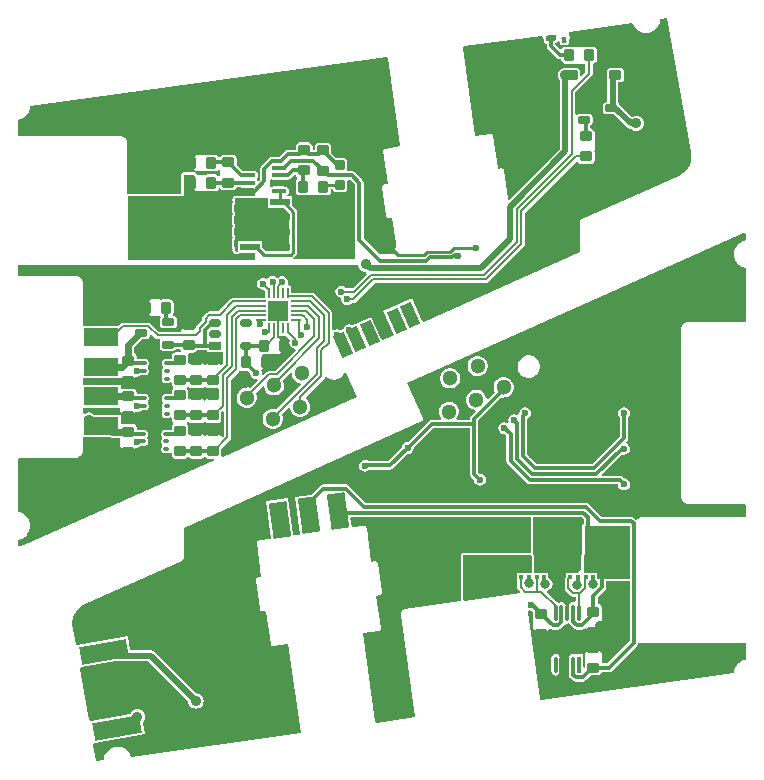
<source format=gbl>
G04*
G04 #@! TF.GenerationSoftware,Altium Limited,Altium Designer,18.1.7 (191)*
G04*
G04 Layer_Physical_Order=2*
G04 Layer_Color=16711680*
%FSLAX43Y43*%
%MOMM*%
G71*
G01*
G75*
G04:AMPARAMS|DCode=10|XSize=0.6mm|YSize=1mm|CornerRadius=0.075mm|HoleSize=0mm|Usage=FLASHONLY|Rotation=90.000|XOffset=0mm|YOffset=0mm|HoleType=Round|Shape=RoundedRectangle|*
%AMROUNDEDRECTD10*
21,1,0.600,0.850,0,0,90.0*
21,1,0.450,1.000,0,0,90.0*
1,1,0.150,0.425,0.225*
1,1,0.150,0.425,-0.225*
1,1,0.150,-0.425,-0.225*
1,1,0.150,-0.425,0.225*
%
%ADD10ROUNDEDRECTD10*%
%ADD14R,3.000X1.500*%
%ADD16R,1.000X0.660*%
G04:AMPARAMS|DCode=17|XSize=1mm|YSize=0.66mm|CornerRadius=0.165mm|HoleSize=0mm|Usage=FLASHONLY|Rotation=180.000|XOffset=0mm|YOffset=0mm|HoleType=Round|Shape=RoundedRectangle|*
%AMROUNDEDRECTD17*
21,1,1.000,0.330,0,0,180.0*
21,1,0.670,0.660,0,0,180.0*
1,1,0.330,-0.335,0.165*
1,1,0.330,0.335,0.165*
1,1,0.330,0.335,-0.165*
1,1,0.330,-0.335,-0.165*
%
%ADD17ROUNDEDRECTD17*%
%ADD19R,3.000X4.000*%
%ADD20R,1.000X1.600*%
G04:AMPARAMS|DCode=21|XSize=0.3mm|YSize=0.45mm|CornerRadius=0.075mm|HoleSize=0mm|Usage=FLASHONLY|Rotation=90.000|XOffset=0mm|YOffset=0mm|HoleType=Round|Shape=RoundedRectangle|*
%AMROUNDEDRECTD21*
21,1,0.300,0.300,0,0,90.0*
21,1,0.150,0.450,0,0,90.0*
1,1,0.150,0.150,0.075*
1,1,0.150,0.150,-0.075*
1,1,0.150,-0.150,-0.075*
1,1,0.150,-0.150,0.075*
%
%ADD21ROUNDEDRECTD21*%
%ADD22R,0.200X0.900*%
%ADD23R,0.900X0.200*%
%ADD24R,1.700X1.700*%
G04:AMPARAMS|DCode=25|XSize=0.8mm|YSize=1mm|CornerRadius=0.1mm|HoleSize=0mm|Usage=FLASHONLY|Rotation=90.000|XOffset=0mm|YOffset=0mm|HoleType=Round|Shape=RoundedRectangle|*
%AMROUNDEDRECTD25*
21,1,0.800,0.800,0,0,90.0*
21,1,0.600,1.000,0,0,90.0*
1,1,0.200,0.400,0.300*
1,1,0.200,0.400,-0.300*
1,1,0.200,-0.400,-0.300*
1,1,0.200,-0.400,0.300*
%
%ADD25ROUNDEDRECTD25*%
G04:AMPARAMS|DCode=26|XSize=1mm|YSize=0.9mm|CornerRadius=0.113mm|HoleSize=0mm|Usage=FLASHONLY|Rotation=360.000|XOffset=0mm|YOffset=0mm|HoleType=Round|Shape=RoundedRectangle|*
%AMROUNDEDRECTD26*
21,1,1.000,0.675,0,0,360.0*
21,1,0.775,0.900,0,0,360.0*
1,1,0.225,0.388,-0.338*
1,1,0.225,-0.388,-0.338*
1,1,0.225,-0.388,0.338*
1,1,0.225,0.388,0.338*
%
%ADD26ROUNDEDRECTD26*%
G04:AMPARAMS|DCode=27|XSize=1mm|YSize=2mm|CornerRadius=0mm|HoleSize=0mm|Usage=FLASHONLY|Rotation=204.000|XOffset=0mm|YOffset=0mm|HoleType=Round|Shape=Rectangle|*
%AMROTATEDRECTD27*
4,1,4,0.050,1.117,0.864,-0.710,-0.050,-1.117,-0.864,0.710,0.050,1.117,0.0*
%
%ADD27ROTATEDRECTD27*%

G04:AMPARAMS|DCode=28|XSize=1mm|YSize=0.9mm|CornerRadius=0.113mm|HoleSize=0mm|Usage=FLASHONLY|Rotation=90.000|XOffset=0mm|YOffset=0mm|HoleType=Round|Shape=RoundedRectangle|*
%AMROUNDEDRECTD28*
21,1,1.000,0.675,0,0,90.0*
21,1,0.775,0.900,0,0,90.0*
1,1,0.225,0.338,0.388*
1,1,0.225,0.338,-0.388*
1,1,0.225,-0.338,-0.388*
1,1,0.225,-0.338,0.388*
%
%ADD28ROUNDEDRECTD28*%
%ADD29C,0.300*%
%ADD31C,0.600*%
%ADD32C,0.500*%
%ADD33C,0.200*%
G04:AMPARAMS|DCode=34|XSize=1.5mm|YSize=3mm|CornerRadius=0mm|HoleSize=0mm|Usage=FLASHONLY|Rotation=7.870|XOffset=0mm|YOffset=0mm|HoleType=Round|Shape=Rectangle|*
%AMROTATEDRECTD34*
4,1,4,-0.538,-1.589,-0.948,1.383,0.538,1.589,0.948,-1.383,-0.538,-1.589,0.0*
%
%ADD34ROTATEDRECTD34*%

G04:AMPARAMS|DCode=36|XSize=4mm|YSize=1.5mm|CornerRadius=0mm|HoleSize=0mm|Usage=FLASHONLY|Rotation=190.000|XOffset=0mm|YOffset=0mm|HoleType=Round|Shape=Rectangle|*
%AMROTATEDRECTD36*
4,1,4,1.839,1.086,2.100,-0.391,-1.839,-1.086,-2.100,0.391,1.839,1.086,0.0*
%
%ADD36ROTATEDRECTD36*%

%ADD37C,1.300*%
%ADD38C,0.600*%
%ADD39C,0.800*%
%ADD40C,0.900*%
%ADD41O,0.300X1.450*%
%ADD42R,0.300X1.450*%
%ADD43R,0.300X0.350*%
%ADD44R,1.175X1.050*%
%ADD45R,4.000X3.000*%
%ADD46R,0.300X0.200*%
G04:AMPARAMS|DCode=47|XSize=0.9mm|YSize=0.5mm|CornerRadius=0.063mm|HoleSize=0mm|Usage=FLASHONLY|Rotation=187.830|XOffset=0mm|YOffset=0mm|HoleType=Round|Shape=RoundedRectangle|*
%AMROUNDEDRECTD47*
21,1,0.900,0.375,0,0,187.8*
21,1,0.775,0.500,0,0,187.8*
1,1,0.125,-0.409,0.133*
1,1,0.125,0.358,0.239*
1,1,0.125,0.409,-0.133*
1,1,0.125,-0.358,-0.239*
%
%ADD47ROUNDEDRECTD47*%
G04:AMPARAMS|DCode=48|XSize=0.4mm|YSize=0.5mm|CornerRadius=0.05mm|HoleSize=0mm|Usage=FLASHONLY|Rotation=187.830|XOffset=0mm|YOffset=0mm|HoleType=Round|Shape=RoundedRectangle|*
%AMROUNDEDRECTD48*
21,1,0.400,0.400,0,0,187.8*
21,1,0.300,0.500,0,0,187.8*
1,1,0.100,-0.176,0.178*
1,1,0.100,0.121,0.219*
1,1,0.100,0.176,-0.178*
1,1,0.100,-0.121,-0.219*
%
%ADD48ROUNDEDRECTD48*%
G04:AMPARAMS|DCode=49|XSize=1mm|YSize=0.9mm|CornerRadius=0.113mm|HoleSize=0mm|Usage=FLASHONLY|Rotation=0.000|XOffset=0mm|YOffset=0mm|HoleType=Round|Shape=RoundedRectangle|*
%AMROUNDEDRECTD49*
21,1,1.000,0.675,0,0,0.0*
21,1,0.775,0.900,0,0,0.0*
1,1,0.225,0.388,-0.338*
1,1,0.225,-0.388,-0.338*
1,1,0.225,-0.388,0.338*
1,1,0.225,0.388,0.338*
%
%ADD49ROUNDEDRECTD49*%
%ADD50O,1.220X0.400*%
%ADD51R,1.220X0.400*%
%ADD52R,1.651X0.610*%
%ADD53R,4.623X4.521*%
G04:AMPARAMS|DCode=54|XSize=0.8mm|YSize=0.8mm|CornerRadius=0.1mm|HoleSize=0mm|Usage=FLASHONLY|Rotation=270.000|XOffset=0mm|YOffset=0mm|HoleType=Round|Shape=RoundedRectangle|*
%AMROUNDEDRECTD54*
21,1,0.800,0.600,0,0,270.0*
21,1,0.600,0.800,0,0,270.0*
1,1,0.200,-0.300,-0.300*
1,1,0.200,-0.300,0.300*
1,1,0.200,0.300,0.300*
1,1,0.200,0.300,-0.300*
%
%ADD54ROUNDEDRECTD54*%
%ADD55C,0.250*%
%ADD56C,0.254*%
G36*
X61179Y55594D02*
X61204Y55447D01*
X61207Y55148D01*
X61160Y54854D01*
X61066Y54571D01*
X60926Y54307D01*
X60744Y54070D01*
X60526Y53867D01*
X60278Y53702D01*
X60141Y53641D01*
X60141Y53641D01*
X51917Y49973D01*
X51887Y49952D01*
X51856Y49931D01*
X51854Y49929D01*
X51852Y49927D01*
X51832Y49896D01*
X51812Y49865D01*
X51811Y49862D01*
X51810Y49860D01*
X51803Y49824D01*
X51796Y49787D01*
Y47182D01*
X38535Y41268D01*
X38416Y41313D01*
X37551Y43256D01*
X36409Y42748D01*
Y42748D01*
X35131Y42178D01*
X36033Y40152D01*
X35081Y39727D01*
X34962Y39773D01*
X34101Y41706D01*
X32959Y41198D01*
Y41198D01*
X32467Y40978D01*
X32445Y40993D01*
X32250Y41031D01*
X32055Y40993D01*
X31889Y40882D01*
X31779Y40717D01*
X31769Y40668D01*
X31681Y40628D01*
Y40628D01*
X31497Y40546D01*
X31422Y40597D01*
X31226Y40636D01*
X31031Y40597D01*
X30935Y40533D01*
X30809Y40601D01*
Y41995D01*
X30809Y41995D01*
X30785Y42112D01*
X30719Y42211D01*
X30719Y42211D01*
X29314Y43616D01*
X29215Y43683D01*
X29098Y43706D01*
X29098Y43706D01*
X27350D01*
X27333Y43792D01*
X27325Y43803D01*
Y44325D01*
X27091D01*
X27026Y44452D01*
X27061Y44626D01*
X27022Y44821D01*
X26912Y44987D01*
X26746Y45097D01*
X26551Y45136D01*
X26356Y45097D01*
X26191Y44987D01*
X26112D01*
X25946Y45097D01*
X25751Y45136D01*
X25556Y45097D01*
X25391Y44987D01*
X25359Y44939D01*
X25184Y44905D01*
X25121Y44947D01*
X24926Y44986D01*
X24731Y44947D01*
X24566Y44837D01*
X24455Y44671D01*
X24416Y44476D01*
X24455Y44281D01*
X24566Y44116D01*
X24731Y44005D01*
X24926Y43966D01*
X24989Y43979D01*
X25119Y43848D01*
Y43675D01*
X25125Y43645D01*
Y43300D01*
X24780D01*
X24750Y43306D01*
X22425D01*
X22308Y43283D01*
X22209Y43216D01*
X22209Y43216D01*
X21123Y42131D01*
X20387D01*
X20387Y42131D01*
X20270Y42108D01*
X20171Y42041D01*
X20171Y42041D01*
X19854Y41724D01*
X19787Y41625D01*
X19764Y41508D01*
X19764Y41508D01*
Y41391D01*
X19354Y40981D01*
X19287Y40882D01*
X19273Y40807D01*
X19153Y40751D01*
X19142Y40750D01*
X18150D01*
X17950Y40550D01*
Y40406D01*
X16126D01*
X15441Y41091D01*
X15341Y41158D01*
X15224Y41181D01*
X15224Y41181D01*
X13050D01*
X12933Y41158D01*
X12834Y41091D01*
X12834Y41091D01*
X12642Y40900D01*
X9704D01*
X9704Y44450D01*
X9704Y44450D01*
Y44549D01*
X9688Y44627D01*
X9612Y44811D01*
X9568Y44877D01*
X9427Y45018D01*
X9361Y45062D01*
X9361Y45062D01*
X9177Y45138D01*
X9177Y45138D01*
X9099Y45154D01*
X9000Y45154D01*
X4204Y45154D01*
Y46100D01*
X32974D01*
X32992Y45965D01*
X33057Y45807D01*
X33161Y45671D01*
X33297Y45567D01*
X33455Y45502D01*
X33625Y45479D01*
X33690Y45379D01*
X33699Y45282D01*
X32523Y44106D01*
X31972D01*
X31935Y44160D01*
X31770Y44271D01*
X31575Y44310D01*
X31380Y44271D01*
X31215Y44160D01*
X31104Y43995D01*
X31065Y43800D01*
X31104Y43605D01*
X31215Y43440D01*
X31380Y43329D01*
X31574Y43290D01*
X31547Y43150D01*
X31585Y42955D01*
X31696Y42790D01*
X31861Y42679D01*
X32056Y42640D01*
X32251Y42679D01*
X32417Y42790D01*
X32453Y42844D01*
X32566D01*
X32566Y42844D01*
X32683Y42867D01*
X32782Y42934D01*
X34397Y44549D01*
X43801D01*
X43801Y44549D01*
X43918Y44572D01*
X44017Y44639D01*
X47024Y47645D01*
X47024Y47645D01*
X47090Y47744D01*
X47113Y47861D01*
X47113Y47861D01*
Y50487D01*
X51481Y54855D01*
X51618Y54816D01*
X51687Y54712D01*
X51791Y54643D01*
X51913Y54619D01*
X52688D01*
X52809Y54643D01*
X52913Y54712D01*
X52982Y54816D01*
X53006Y54938D01*
Y55612D01*
X52986Y55711D01*
X53000Y55725D01*
Y56525D01*
X52986Y56539D01*
X53006Y56638D01*
Y57312D01*
X52982Y57434D01*
X52913Y57538D01*
X52809Y57607D01*
X52688Y57631D01*
X52657D01*
Y57891D01*
X52657Y57891D01*
X52748Y57952D01*
X52809Y58043D01*
X52830Y58150D01*
Y58600D01*
X52809Y58707D01*
X52748Y58798D01*
X52657Y58859D01*
X52550Y58880D01*
X51700D01*
X51593Y58859D01*
X51516Y58808D01*
X51453Y58824D01*
X51389Y58858D01*
Y60680D01*
X52753Y62044D01*
X52754Y62044D01*
X52820Y62144D01*
X52843Y62261D01*
Y63119D01*
X52875D01*
X52997Y63143D01*
X53100Y63212D01*
X53169Y63316D01*
X53193Y63438D01*
Y64213D01*
X53169Y64334D01*
X53100Y64438D01*
X52997Y64507D01*
X52875Y64531D01*
X52200D01*
X52101Y64511D01*
X52087Y64525D01*
X51287D01*
X51274Y64511D01*
X51175Y64531D01*
X50500D01*
X50378Y64507D01*
X50274Y64438D01*
X50218Y64353D01*
X50128Y64325D01*
X50073Y64319D01*
X49667Y64725D01*
Y64889D01*
X49756Y64901D01*
X49855Y64935D01*
X49925Y64998D01*
X49971Y64994D01*
X50057Y64970D01*
X50067Y64899D01*
X50099Y64805D01*
X50166Y64730D01*
X50255Y64687D01*
X50354Y64681D01*
X50651Y64722D01*
X50745Y64754D01*
X50820Y64820D01*
X50863Y64910D01*
X50869Y65009D01*
X50842Y65207D01*
X50944Y65221D01*
X50863Y65814D01*
X56214Y66554D01*
X56307Y66333D01*
X56322Y66311D01*
X56334Y66287D01*
X56495Y66081D01*
X56515Y66063D01*
X56533Y66043D01*
X56741Y65886D01*
X56765Y65874D01*
X56787Y65859D01*
X57029Y65761D01*
X57055Y65756D01*
X57080Y65748D01*
X57339Y65715D01*
X57366Y65717D01*
X57392Y65716D01*
X57651Y65751D01*
X57676Y65760D01*
X57702Y65765D01*
X57943Y65867D01*
X57965Y65882D01*
X57989Y65894D01*
X58195Y66054D01*
X58212Y66074D01*
X58232Y66092D01*
X58390Y66300D01*
X58402Y66324D01*
X58416Y66346D01*
X58515Y66588D01*
X58520Y66614D01*
X58528Y66640D01*
X58558Y66878D01*
X59174Y66963D01*
X61179Y55594D01*
D02*
G37*
G36*
X48625Y65404D02*
X48638Y65378D01*
X48687Y65024D01*
X48721Y64925D01*
X48790Y64847D01*
X48884Y64802D01*
X48953Y64798D01*
Y64577D01*
X48981Y64440D01*
X49058Y64324D01*
X49810Y63573D01*
X49925Y63495D01*
X50062Y63468D01*
X50181D01*
Y63438D01*
X50205Y63316D01*
X50274Y63212D01*
X50378Y63143D01*
X50500Y63119D01*
X51175D01*
X51274Y63139D01*
X51287Y63125D01*
X52087D01*
X52101Y63139D01*
X52200Y63119D01*
X52231D01*
Y62387D01*
X51898Y62054D01*
X51781Y62103D01*
Y62450D01*
X51758Y62567D01*
X51691Y62666D01*
X51592Y62733D01*
X51475Y62756D01*
X50709D01*
X50703Y62758D01*
X50533Y62781D01*
X50363Y62758D01*
X50205Y62693D01*
X50070Y62589D01*
X49965Y62453D01*
X49900Y62295D01*
X49877Y62125D01*
X49900Y61955D01*
X49965Y61797D01*
X50070Y61661D01*
X50074Y61658D01*
Y55873D01*
X45806Y51605D01*
X45782Y51605D01*
X45674Y51653D01*
X45338Y54085D01*
X45312Y54160D01*
X45259Y54219D01*
X45188Y54254D01*
X45108Y54259D01*
X44904Y54231D01*
X44803Y54307D01*
X44432Y56988D01*
X44406Y57063D01*
X44406Y57063D01*
X44376Y57097D01*
X44353Y57123D01*
X44282Y57157D01*
X44282Y57157D01*
X44202Y57162D01*
X44202Y57162D01*
X42919Y56985D01*
X41867Y64479D01*
X41944Y64580D01*
X48514Y65489D01*
X48625Y65404D01*
D02*
G37*
G36*
X27734Y53652D02*
X27739Y53628D01*
X27808Y53525D01*
X27841Y53502D01*
X27834Y53355D01*
X27787Y53324D01*
X27718Y53220D01*
X27694Y53098D01*
Y52323D01*
X27718Y52201D01*
X27787Y52098D01*
X27891Y52029D01*
X28013Y52005D01*
X28688D01*
X28786Y52024D01*
X28800Y52011D01*
X29600D01*
X29614Y52024D01*
X29712Y52005D01*
X30388D01*
X30509Y52029D01*
X30613Y52098D01*
X30682Y52201D01*
X30706Y52323D01*
Y52461D01*
X30833Y52474D01*
X30841Y52431D01*
X30908Y52332D01*
X31007Y52266D01*
X31124Y52243D01*
X31724D01*
X31841Y52266D01*
X31940Y52332D01*
X32007Y52431D01*
X32030Y52549D01*
Y53149D01*
X32026Y53166D01*
X32129Y53293D01*
X32334D01*
X32680Y52947D01*
Y46539D01*
X27536Y46534D01*
X27497Y46661D01*
X27504Y46666D01*
X27735Y46896D01*
X27807Y47004D01*
X27832Y47131D01*
Y50549D01*
X27807Y50676D01*
X27735Y50784D01*
X27375Y51143D01*
Y51885D01*
X26982D01*
X26944Y52012D01*
X27018Y52062D01*
X27107Y52194D01*
X27138Y52350D01*
X27107Y52506D01*
X27018Y52638D01*
X26886Y52727D01*
X26730Y52758D01*
X25910D01*
X25754Y52727D01*
X25652Y52659D01*
X25548Y52696D01*
X25525Y52715D01*
Y53285D01*
X25548Y53304D01*
X25652Y53341D01*
X25754Y53273D01*
X25910Y53242D01*
X26730D01*
X26886Y53273D01*
X26916Y53293D01*
X27054D01*
X27191Y53320D01*
X27307Y53398D01*
X27598Y53689D01*
X27734Y53652D01*
D02*
G37*
G36*
X25324Y50875D02*
X26706D01*
X27169Y50412D01*
Y47268D01*
X27133Y47231D01*
X25148D01*
X24844Y47536D01*
Y48075D01*
X22793D01*
Y47200D01*
X22651D01*
X22546Y47327D01*
X22556Y47400D01*
X22533Y47570D01*
X22511Y47622D01*
Y48178D01*
X22533Y48230D01*
X22556Y48400D01*
X22533Y48570D01*
X22511Y48622D01*
Y49178D01*
X22533Y49230D01*
X22556Y49400D01*
X22533Y49570D01*
X22511Y49622D01*
Y50178D01*
X22533Y50230D01*
X22556Y50400D01*
X22533Y50570D01*
X22511Y50622D01*
Y51178D01*
X22533Y51230D01*
X22556Y51400D01*
X22533Y51570D01*
X22532Y51573D01*
X22600Y51700D01*
X25324D01*
Y50875D01*
D02*
G37*
G36*
X35535Y63604D02*
X36571Y56107D01*
X35287Y55930D01*
X35212Y55904D01*
X35152Y55851D01*
X35118Y55779D01*
X35113Y55700D01*
X35496Y52930D01*
X35202Y52890D01*
X35127Y52864D01*
X35068Y52811D01*
X35033Y52739D01*
X35028Y52660D01*
X35371Y50183D01*
X35397Y50108D01*
X35450Y50049D01*
X35521Y50014D01*
X35601Y50009D01*
X35894Y50050D01*
X36186Y47939D01*
X36084Y47000D01*
X34775D01*
X33457Y48318D01*
Y53032D01*
X33430Y53168D01*
X33352Y53284D01*
X32734Y53902D01*
X32618Y53980D01*
X32482Y54007D01*
X32076D01*
X32007Y54132D01*
X32030Y54249D01*
Y54849D01*
X32007Y54966D01*
X31940Y55065D01*
X31841Y55131D01*
X31724Y55154D01*
X31124D01*
X31121Y55154D01*
X30709Y55566D01*
Y56105D01*
X30684Y56226D01*
X30615Y56330D01*
X30512Y56399D01*
X30390Y56423D01*
X29615D01*
X29493Y56399D01*
X29390Y56330D01*
X29321Y56226D01*
X29296Y56105D01*
Y55786D01*
X29127D01*
Y56125D01*
X29103Y56247D01*
X29034Y56350D01*
X28930Y56419D01*
X28808Y56444D01*
X28033D01*
X27912Y56419D01*
X27808Y56350D01*
X27739Y56247D01*
X27715Y56125D01*
Y55794D01*
X27082D01*
X26945Y55767D01*
X26829Y55690D01*
X26346Y55207D01*
X25682D01*
X25546Y55180D01*
X25430Y55102D01*
X24802Y54474D01*
X24725Y54359D01*
X24697Y54222D01*
Y53288D01*
X24600Y53191D01*
X24446Y53217D01*
X24398Y53288D01*
Y53362D01*
X24487Y53494D01*
X24518Y53650D01*
X24487Y53806D01*
X24398Y53938D01*
X24266Y54027D01*
X24110Y54058D01*
X23290D01*
X23212Y54042D01*
X22706Y54549D01*
Y55088D01*
X22682Y55209D01*
X22613Y55313D01*
X22509Y55382D01*
X22388Y55406D01*
X21612D01*
X21491Y55382D01*
X21387Y55313D01*
X21318Y55209D01*
X21316Y55198D01*
X21186D01*
X21182Y55221D01*
X21113Y55324D01*
X21009Y55393D01*
X20888Y55417D01*
X20212D01*
X20114Y55398D01*
X20100Y55411D01*
X19300D01*
X19100Y55211D01*
Y54211D01*
X19300Y54011D01*
X20100D01*
X20114Y54025D01*
X20212Y54005D01*
X20888D01*
X21009Y54029D01*
X21113Y54098D01*
X21277Y54116D01*
X21300Y54098D01*
Y53635D01*
X21277Y53618D01*
X21113Y53635D01*
X21009Y53705D01*
X20887Y53729D01*
X20212D01*
X20114Y53709D01*
X20100Y53723D01*
X19329D01*
X19304Y53783D01*
X19304Y53783D01*
X19304Y53783D01*
X19281Y53816D01*
X19259Y53849D01*
X19259Y53849D01*
X19259Y53849D01*
X19226Y53871D01*
X19193Y53893D01*
X19193Y53893D01*
X19193Y53893D01*
X19154Y53901D01*
X19115Y53908D01*
X19115Y53908D01*
X19115Y53908D01*
X18199Y53904D01*
X18160Y53896D01*
X18122Y53888D01*
X18122Y53888D01*
X18121Y53888D01*
X18089Y53866D01*
X18056Y53844D01*
X18056Y53844D01*
X18055Y53844D01*
X18034Y53811D01*
X18012Y53778D01*
X18011Y53778D01*
X18011Y53777D01*
X18004Y53738D01*
X17996Y53700D01*
Y52104D01*
X13531D01*
X13524Y52105D01*
X13404Y52201D01*
X13404Y56500D01*
X13404Y56500D01*
X13404Y56500D01*
X13404Y56550D01*
X13396Y56592D01*
X13388Y56628D01*
X13350Y56720D01*
X13327Y56755D01*
X13306Y56786D01*
X13306Y56786D01*
X13306Y56786D01*
X13306Y56786D01*
X13236Y56856D01*
X13197Y56882D01*
X13170Y56900D01*
X13078Y56938D01*
X13034Y56947D01*
X13000Y56954D01*
X12950Y56954D01*
X12950Y56954D01*
X12950Y56954D01*
X4204Y56954D01*
Y58358D01*
X4358Y58392D01*
X4378Y58400D01*
X4399Y58405D01*
X4593Y58493D01*
X4611Y58506D01*
X4631Y58516D01*
X4802Y58643D01*
X4816Y58659D01*
X4833Y58672D01*
X4973Y58833D01*
X4984Y58852D01*
X4998Y58869D01*
X5101Y59056D01*
X5108Y59076D01*
X5118Y59096D01*
X5179Y59300D01*
X5181Y59322D01*
X5187Y59343D01*
X5199Y59500D01*
X35433Y63680D01*
X35535Y63604D01*
D02*
G37*
G36*
X19164Y53587D02*
X19100Y53523D01*
Y52523D01*
X19300Y52323D01*
X20100D01*
X20114Y52336D01*
X20212Y52317D01*
X20887D01*
X21009Y52341D01*
X21113Y52410D01*
X21182Y52513D01*
X21193Y52569D01*
X21285Y52585D01*
X21325Y52581D01*
X21387Y52487D01*
X21491Y52418D01*
X21612Y52394D01*
X22388D01*
X22509Y52418D01*
X22613Y52487D01*
X22682Y52591D01*
X22692Y52643D01*
X23104D01*
X23134Y52623D01*
X23290Y52592D01*
X24110D01*
X24146Y52599D01*
X24273Y52495D01*
Y51904D01*
X22600D01*
X22570Y51898D01*
X22541Y51895D01*
X22532Y51890D01*
X22522Y51888D01*
X22497Y51872D01*
X22470Y51858D01*
X22464Y51850D01*
X22456Y51844D01*
X22439Y51819D01*
X22420Y51796D01*
X22352Y51669D01*
X22349Y51659D01*
X22344Y51651D01*
X22339Y51628D01*
X22336Y51622D01*
X22336Y51616D01*
X22329Y51593D01*
X22330Y51583D01*
X22328Y51573D01*
X22332Y51554D01*
X22331Y51543D01*
X22350Y51400D01*
X22335Y51284D01*
X22323Y51256D01*
X22307Y51178D01*
Y50622D01*
X22323Y50544D01*
X22335Y50516D01*
X22350Y50400D01*
X22335Y50284D01*
X22323Y50256D01*
X22307Y50178D01*
Y49622D01*
X22323Y49544D01*
X22335Y49516D01*
X22350Y49400D01*
X22335Y49284D01*
X22323Y49256D01*
X22307Y49178D01*
Y48622D01*
X22323Y48544D01*
X22335Y48516D01*
X22350Y48400D01*
X22335Y48284D01*
X22323Y48256D01*
X22307Y48178D01*
Y47622D01*
X22323Y47544D01*
X22335Y47516D01*
X22350Y47400D01*
X22344Y47354D01*
X22344Y47350D01*
X22343Y47346D01*
X22347Y47310D01*
X22349Y47274D01*
X22351Y47271D01*
X22351Y47267D01*
X22368Y47235D01*
X22384Y47203D01*
X22387Y47200D01*
X22389Y47197D01*
X22494Y47070D01*
X22502Y47064D01*
X22507Y47056D01*
X22532Y47039D01*
X22556Y47020D01*
X22565Y47017D01*
X22573Y47012D01*
X22603Y47006D01*
X22632Y46997D01*
X22642Y46998D01*
X22651Y46996D01*
X22793D01*
X22871Y47012D01*
X22937Y47056D01*
X22943Y47065D01*
X24273D01*
Y46590D01*
X24183Y46500D01*
X13548Y46516D01*
X13525Y46572D01*
Y51900D01*
X18200D01*
Y53700D01*
X19116Y53704D01*
X19164Y53587D01*
D02*
G37*
G36*
X65796Y48688D02*
Y48183D01*
X65565Y48121D01*
X65541Y48109D01*
X65515Y48100D01*
X65289Y47970D01*
X65269Y47952D01*
X65247Y47938D01*
X65062Y47753D01*
X65048Y47731D01*
X65030Y47711D01*
X64900Y47485D01*
X64891Y47459D01*
X64879Y47435D01*
X64812Y47183D01*
X64810Y47157D01*
X64805Y47131D01*
Y46869D01*
X64810Y46843D01*
X64812Y46817D01*
X64879Y46565D01*
X64891Y46541D01*
X64900Y46515D01*
X65030Y46289D01*
X65048Y46269D01*
X65062Y46247D01*
X65247Y46062D01*
X65269Y46048D01*
X65289Y46030D01*
X65515Y45900D01*
X65541Y45891D01*
X65565Y45879D01*
X65796Y45817D01*
X65796Y41254D01*
X61000Y41254D01*
X60901Y41254D01*
X60823Y41238D01*
X60639Y41162D01*
X60639Y41162D01*
X60573Y41118D01*
X60432Y40977D01*
X60388Y40911D01*
X60312Y40727D01*
X60296Y40649D01*
Y40550D01*
X60296Y40550D01*
X60296Y26549D01*
X60296Y26449D01*
X60296Y26449D01*
X60296Y26448D01*
X60304Y26410D01*
X60312Y26371D01*
X60312Y26370D01*
X60312Y26370D01*
X60389Y26185D01*
X60389Y26185D01*
X60389Y26185D01*
X60411Y26151D01*
X60433Y26119D01*
X60433Y26119D01*
X60433Y26119D01*
X60576Y25977D01*
X60576Y25977D01*
X60576Y25977D01*
X60609Y25954D01*
X60642Y25933D01*
X60642Y25933D01*
X60642Y25933D01*
X60828Y25856D01*
X60828Y25856D01*
X60828Y25856D01*
X60867Y25849D01*
X60906Y25841D01*
X60906Y25841D01*
X60906Y25841D01*
X61007Y25842D01*
X61007Y25842D01*
X65706Y25863D01*
X65796Y25773D01*
Y24754D01*
X57050Y24754D01*
X57050Y24754D01*
X57050Y24754D01*
X57000Y24754D01*
X56960Y24746D01*
X56922Y24738D01*
X56830Y24700D01*
X56800Y24680D01*
X56764Y24656D01*
X56694Y24586D01*
X56671Y24551D01*
X56656Y24529D01*
X56643Y24519D01*
X56504Y24500D01*
X56352Y24652D01*
X56237Y24730D01*
X56100Y24757D01*
X53623D01*
X52527Y25852D01*
X52412Y25930D01*
X52275Y25957D01*
X33664D01*
X32229Y27392D01*
X32113Y27470D01*
X31976Y27497D01*
X30040D01*
X29903Y27470D01*
X29788Y27392D01*
X28995Y26600D01*
X27643Y26413D01*
X28081Y23247D01*
X27487Y23165D01*
X27049Y26331D01*
X25167Y26071D01*
X25605Y22905D01*
X24564Y22761D01*
X24489Y22735D01*
X24430Y22682D01*
X24395Y22610D01*
X24390Y22531D01*
X24787Y19662D01*
X24494Y19622D01*
X24418Y19596D01*
X24359Y19543D01*
X24324Y19471D01*
X24320Y19392D01*
X24662Y16915D01*
X24688Y16840D01*
X24741Y16781D01*
X24812Y16746D01*
X24892Y16741D01*
X25096Y16769D01*
X25197Y16693D01*
X25568Y14012D01*
X25594Y13937D01*
X25647Y13877D01*
X25718Y13843D01*
X25798Y13838D01*
X27082Y14015D01*
X28130Y6430D01*
X13786Y4446D01*
X13693Y4667D01*
X13678Y4689D01*
X13666Y4713D01*
X13505Y4919D01*
X13485Y4937D01*
X13468Y4957D01*
X13259Y5114D01*
X13235Y5126D01*
X13213Y5141D01*
X12971Y5239D01*
X12945Y5244D01*
X12920Y5252D01*
X12661Y5285D01*
X12634Y5283D01*
X12608Y5284D01*
X12349Y5249D01*
X12324Y5240D01*
X12298Y5235D01*
X12057Y5133D01*
X12035Y5118D01*
X12011Y5106D01*
X11805Y4946D01*
X11788Y4926D01*
X11768Y4908D01*
X11610Y4700D01*
X11598Y4676D01*
X11584Y4654D01*
X11485Y4412D01*
X11480Y4386D01*
X11472Y4360D01*
X11442Y4122D01*
X10826Y4037D01*
X10575Y5463D01*
X10589Y5580D01*
X10680Y5596D01*
X14922Y6344D01*
X14749Y7325D01*
X14764Y7336D01*
X14868Y7472D01*
X14933Y7630D01*
X14956Y7800D01*
X14933Y7970D01*
X14868Y8128D01*
X14764Y8264D01*
X14628Y8368D01*
X14470Y8433D01*
X14300Y8456D01*
X14130Y8433D01*
X13972Y8368D01*
X13836Y8264D01*
X13732Y8128D01*
X13704Y8059D01*
X10350Y7467D01*
X10206Y7556D01*
X9446Y11864D01*
X9460Y11981D01*
X9551Y11997D01*
X12494Y12516D01*
X15235D01*
X18595Y9156D01*
X18594Y9150D01*
X18617Y8980D01*
X18682Y8822D01*
X18786Y8686D01*
X18922Y8582D01*
X19080Y8517D01*
X19250Y8494D01*
X19420Y8517D01*
X19578Y8582D01*
X19714Y8686D01*
X19818Y8822D01*
X19883Y8980D01*
X19906Y9150D01*
X19883Y9320D01*
X19818Y9478D01*
X19714Y9614D01*
X19578Y9718D01*
X19420Y9783D01*
X19250Y9806D01*
X19244Y9805D01*
X15749Y13299D01*
X15601Y13399D01*
X15425Y13434D01*
X13672D01*
X13464Y14617D01*
X9222Y13869D01*
X9077Y13957D01*
X8796Y15553D01*
X8793Y15852D01*
X8840Y16146D01*
X8934Y16429D01*
X9074Y16693D01*
X9256Y16930D01*
X9474Y17133D01*
X9722Y17298D01*
X9859Y17359D01*
X9859Y17359D01*
X18083Y21027D01*
X18113Y21048D01*
X18144Y21069D01*
X18146Y21071D01*
X18148Y21073D01*
X18168Y21104D01*
X18188Y21135D01*
X18189Y21138D01*
X18190Y21140D01*
X18197Y21176D01*
X18204Y21213D01*
Y23818D01*
X38382Y32817D01*
X38382Y32817D01*
X38447Y32863D01*
X38489Y32930D01*
X38503Y33009D01*
X38485Y33086D01*
X37143Y36097D01*
X65268Y48640D01*
X65355Y48679D01*
X65534Y48737D01*
X65669Y48766D01*
X65796Y48688D01*
D02*
G37*
G36*
X27050Y42300D02*
Y41375D01*
X26325D01*
Y40075D01*
X26917D01*
X27237Y39756D01*
X27180Y39671D01*
X27141Y39476D01*
X27180Y39281D01*
X27291Y39115D01*
X27456Y39005D01*
X27633Y38970D01*
X27667Y38910D01*
X27686Y38843D01*
X25973Y37131D01*
X25482D01*
X25481Y37131D01*
X25364Y37108D01*
X25265Y37041D01*
X24968Y36744D01*
X24851Y36806D01*
X24869Y36900D01*
X24831Y37095D01*
X24776Y37176D01*
X24925Y37325D01*
Y38325D01*
X24848Y38402D01*
X24897Y38519D01*
X25332D01*
X25431Y38539D01*
X25445Y38525D01*
X26245D01*
X26445Y38725D01*
Y39725D01*
X26245Y39925D01*
X26135D01*
X26131Y39930D01*
X26131Y39930D01*
Y40725D01*
X26125Y40755D01*
Y41375D01*
X25400D01*
Y41900D01*
Y43025D01*
X27050D01*
Y42300D01*
D02*
G37*
G36*
X20170Y38720D02*
X21569D01*
Y37767D01*
X21388Y37587D01*
X21200Y37775D01*
X20200D01*
X20000Y37575D01*
X19800Y37775D01*
X18800D01*
X18733Y37708D01*
X18606Y37761D01*
Y38362D01*
X18582Y38484D01*
X18560Y38517D01*
X18628Y38644D01*
X19037D01*
X19159Y38668D01*
X19263Y38737D01*
X19332Y38841D01*
X19342Y38893D01*
X20170D01*
Y38720D01*
D02*
G37*
G36*
X15783Y39884D02*
X15882Y39817D01*
X15999Y39794D01*
X15999Y39794D01*
X16180D01*
X16248Y39667D01*
X16241Y39657D01*
X16220Y39550D01*
Y39100D01*
X16241Y38993D01*
X16302Y38902D01*
X16393Y38841D01*
X16500Y38820D01*
X17350D01*
X17457Y38841D01*
X17548Y38902D01*
X17593Y38968D01*
X17944D01*
Y38963D01*
X17968Y38841D01*
X17990Y38808D01*
X17922Y38681D01*
X17512D01*
X17391Y38657D01*
X17287Y38588D01*
X17218Y38484D01*
X17194Y38362D01*
Y38107D01*
X16775D01*
X16768Y38105D01*
X16625D01*
X16518Y38084D01*
X16427Y38023D01*
X16366Y37932D01*
X16345Y37825D01*
Y37675D01*
X16366Y37568D01*
X16427Y37477D01*
Y37373D01*
X16366Y37282D01*
X16345Y37175D01*
Y37025D01*
X16366Y36918D01*
X16404Y36861D01*
X16418Y36775D01*
X16404Y36689D01*
X16366Y36632D01*
X16345Y36525D01*
Y36375D01*
X16366Y36268D01*
X16427Y36177D01*
X16518Y36116D01*
X16625Y36095D01*
X16925D01*
X17032Y36116D01*
X17067Y36139D01*
X17194Y36071D01*
Y35987D01*
X17218Y35866D01*
X17287Y35762D01*
X17303Y35751D01*
Y35599D01*
X17287Y35588D01*
X17218Y35484D01*
X17194Y35362D01*
Y35132D01*
X16775D01*
X16768Y35130D01*
X16625D01*
X16518Y35109D01*
X16427Y35048D01*
X16366Y34957D01*
X16345Y34850D01*
Y34700D01*
X16366Y34593D01*
X16427Y34502D01*
Y34398D01*
X16366Y34307D01*
X16345Y34200D01*
Y34050D01*
X16366Y33943D01*
X16404Y33886D01*
X16418Y33800D01*
X16404Y33714D01*
X16366Y33657D01*
X16345Y33550D01*
Y33400D01*
X16366Y33293D01*
X16427Y33202D01*
X16518Y33141D01*
X16625Y33120D01*
X16925D01*
X17032Y33141D01*
X17067Y33164D01*
X17194Y33096D01*
Y32987D01*
X17218Y32866D01*
X17287Y32762D01*
X17303Y32751D01*
Y32599D01*
X17287Y32588D01*
X17218Y32484D01*
X17194Y32362D01*
Y32132D01*
X16750D01*
X16743Y32130D01*
X16600D01*
X16493Y32109D01*
X16402Y32048D01*
X16341Y31957D01*
X16320Y31850D01*
Y31700D01*
X16341Y31593D01*
X16402Y31502D01*
Y31398D01*
X16341Y31307D01*
X16320Y31200D01*
Y31050D01*
X16341Y30943D01*
X16379Y30886D01*
X16393Y30800D01*
X16379Y30714D01*
X16341Y30657D01*
X16320Y30550D01*
Y30400D01*
X16341Y30293D01*
X16402Y30202D01*
X16493Y30141D01*
X16600Y30120D01*
X16900D01*
X17007Y30141D01*
X17067Y30181D01*
X17173Y30141D01*
X17194Y30124D01*
Y29987D01*
X17218Y29866D01*
X17287Y29762D01*
X17391Y29693D01*
X17512Y29669D01*
X18287D01*
X18409Y29693D01*
X18513Y29762D01*
X18524Y29778D01*
X18676D01*
X18687Y29762D01*
X18791Y29693D01*
X18912Y29669D01*
X19687D01*
X19809Y29693D01*
X19913Y29762D01*
X19924Y29778D01*
X20076D01*
X20087Y29762D01*
X20191Y29693D01*
X20312Y29669D01*
X20809D01*
X20836Y29542D01*
X4732Y22360D01*
X4645Y22321D01*
X4466Y22263D01*
X4331Y22234D01*
X4204Y22312D01*
Y22817D01*
X4435Y22879D01*
X4459Y22891D01*
X4485Y22900D01*
X4711Y23030D01*
X4731Y23048D01*
X4753Y23062D01*
X4938Y23247D01*
X4952Y23269D01*
X4970Y23289D01*
X5100Y23515D01*
X5109Y23541D01*
X5121Y23565D01*
X5188Y23817D01*
X5190Y23843D01*
X5195Y23869D01*
Y24131D01*
X5190Y24157D01*
X5188Y24183D01*
X5121Y24435D01*
X5109Y24459D01*
X5100Y24485D01*
X4970Y24711D01*
X4952Y24731D01*
X4938Y24753D01*
X4753Y24938D01*
X4731Y24952D01*
X4711Y24970D01*
X4485Y25100D01*
X4459Y25109D01*
X4435Y25121D01*
X4204Y25183D01*
X4204Y29673D01*
X4294Y29763D01*
X8993Y29742D01*
X9094Y29741D01*
X9094Y29741D01*
X9094Y29741D01*
X9133Y29749D01*
X9172Y29756D01*
X9172Y29756D01*
X9172Y29756D01*
X9358Y29833D01*
X9358Y29833D01*
X9358Y29833D01*
X9391Y29855D01*
X9424Y29877D01*
X9424Y29877D01*
X9424Y29877D01*
X9567Y30018D01*
X9567Y30019D01*
X9567Y30019D01*
X9589Y30052D01*
X9611Y30085D01*
X9611Y30085D01*
X9611Y30085D01*
X9688Y30270D01*
X9688Y30270D01*
X9688Y30271D01*
X9696Y30310D01*
X9704Y30348D01*
X9704Y30348D01*
X9704Y30349D01*
X9704Y30449D01*
X9704Y31500D01*
X11924D01*
X11955Y31479D01*
X12150Y31440D01*
X12825D01*
Y30700D01*
X13025Y30500D01*
X14025D01*
X14140Y30615D01*
X14266Y30590D01*
X14461Y30629D01*
X14627Y30740D01*
X14646Y30768D01*
X14800D01*
X14807Y30770D01*
X14950D01*
X15057Y30791D01*
X15148Y30852D01*
X15209Y30943D01*
X15230Y31050D01*
Y31200D01*
X15209Y31307D01*
X15148Y31398D01*
Y31502D01*
X15209Y31593D01*
X15230Y31700D01*
Y31850D01*
X15209Y31957D01*
X15148Y32048D01*
X15057Y32109D01*
X14950Y32130D01*
X14807D01*
X14800Y32132D01*
X14231D01*
Y32287D01*
X14207Y32409D01*
X14138Y32513D01*
X14034Y32582D01*
X13913Y32606D01*
X13137D01*
X13027Y32584D01*
X13008Y32587D01*
X12900Y32657D01*
Y33400D01*
X10649D01*
X10528Y33493D01*
X10370Y33558D01*
X10200Y33581D01*
X10030Y33558D01*
X9872Y33493D01*
X9831Y33461D01*
X9704Y33524D01*
Y34000D01*
X12825D01*
Y33700D01*
X13025Y33500D01*
X14025D01*
X14142Y33617D01*
X14276Y33591D01*
X14471Y33630D01*
X14636Y33740D01*
X14655Y33768D01*
X14825D01*
X14832Y33770D01*
X14975D01*
X15082Y33791D01*
X15173Y33852D01*
X15234Y33943D01*
X15255Y34050D01*
Y34200D01*
X15234Y34307D01*
X15173Y34398D01*
Y34502D01*
X15234Y34593D01*
X15255Y34700D01*
Y34850D01*
X15234Y34957D01*
X15173Y35048D01*
X15082Y35109D01*
X14975Y35130D01*
X14832D01*
X14825Y35132D01*
X14231D01*
Y35287D01*
X14207Y35409D01*
X14138Y35513D01*
X14034Y35582D01*
X13913Y35606D01*
X13137D01*
X13027Y35584D01*
X13008Y35587D01*
X12900Y35657D01*
Y35900D01*
X9704D01*
Y36500D01*
X12773D01*
X12900Y36500D01*
X12900Y36500D01*
X13025Y36500D01*
X13026Y36500D01*
X13154Y36500D01*
X14025D01*
X14142Y36617D01*
X14276Y36591D01*
X14471Y36630D01*
X14636Y36740D01*
X14638Y36743D01*
X14825D01*
X14832Y36745D01*
X14975D01*
X15082Y36766D01*
X15173Y36827D01*
X15234Y36918D01*
X15255Y37025D01*
Y37175D01*
X15234Y37282D01*
X15173Y37373D01*
Y37477D01*
X15234Y37568D01*
X15255Y37675D01*
Y37825D01*
X15234Y37932D01*
X15173Y38023D01*
X15082Y38084D01*
X14975Y38105D01*
X14835D01*
X14824Y38108D01*
X14231D01*
Y38287D01*
X14207Y38409D01*
X14138Y38513D01*
X14035Y38582D01*
Y39089D01*
X14716Y39770D01*
X15050D01*
X15157Y39791D01*
X15248Y39852D01*
X15309Y39943D01*
X15330Y40050D01*
Y40170D01*
X15448Y40219D01*
X15783Y39884D01*
D02*
G37*
G36*
X20087Y35762D02*
X20191Y35693D01*
X20312Y35669D01*
X21087D01*
X21092Y35670D01*
X21219Y35566D01*
Y34783D01*
X21200Y34775D01*
X20200D01*
X20000Y34575D01*
X19800Y34775D01*
X18800D01*
X18733Y34708D01*
X18606Y34761D01*
Y35362D01*
X18582Y35484D01*
X18513Y35588D01*
X18497Y35599D01*
Y35751D01*
X18513Y35762D01*
X18524Y35778D01*
X18676D01*
X18687Y35762D01*
X18791Y35693D01*
X18912Y35669D01*
X19687D01*
X19809Y35693D01*
X19913Y35762D01*
X19924Y35778D01*
X20076D01*
X20087Y35762D01*
D02*
G37*
G36*
X21619Y33646D02*
Y31602D01*
X21517Y31500D01*
X21400Y31549D01*
Y31575D01*
X21200Y31775D01*
X20200D01*
X20000Y31575D01*
X19800Y31775D01*
X18800D01*
X18733Y31708D01*
X18606Y31761D01*
Y32362D01*
X18582Y32484D01*
X18513Y32588D01*
X18497Y32599D01*
Y32751D01*
X18513Y32762D01*
X18524Y32778D01*
X18676D01*
X18687Y32762D01*
X18791Y32693D01*
X18912Y32669D01*
X19687D01*
X19809Y32693D01*
X19913Y32762D01*
X19924Y32778D01*
X20076D01*
X20087Y32762D01*
X20191Y32693D01*
X20312Y32669D01*
X21087D01*
X21209Y32693D01*
X21313Y32762D01*
X21382Y32866D01*
X21406Y32987D01*
Y33599D01*
X21502Y33694D01*
X21619Y33646D01*
D02*
G37*
G36*
X23138Y37119D02*
X23636D01*
X23851Y36904D01*
X23850Y36900D01*
X23889Y36705D01*
X23999Y36540D01*
X24164Y36429D01*
X24360Y36390D01*
X24445Y36407D01*
X24508Y36290D01*
X23860Y35643D01*
X23644Y35695D01*
X23420Y35689D01*
X23206Y35625D01*
X23015Y35508D01*
X22861Y35346D01*
X22754Y35149D01*
X22702Y34931D01*
X22708Y34708D01*
X22771Y34493D01*
X22888Y34302D01*
X23051Y34148D01*
X23247Y34042D01*
X23465Y33989D01*
X23689Y33995D01*
X23903Y34059D01*
X24094Y34176D01*
X24248Y34338D01*
X24355Y34535D01*
X24407Y34752D01*
X24401Y34976D01*
X24338Y35191D01*
X24313Y35231D01*
X24909Y35827D01*
X25027Y35780D01*
X25028Y35741D01*
X25092Y35526D01*
X25209Y35335D01*
X25371Y35181D01*
X25568Y35075D01*
X25785Y35022D01*
X26009Y35028D01*
X26224Y35092D01*
X26415Y35209D01*
X26569Y35371D01*
X26675Y35568D01*
X26728Y35785D01*
X26722Y36009D01*
X26658Y36224D01*
X26597Y36324D01*
X27217Y36944D01*
X27346Y36893D01*
X27349Y36774D01*
X27412Y36559D01*
X27529Y36369D01*
X27691Y36215D01*
X27888Y36108D01*
X28099Y36057D01*
X28133Y36003D01*
X28160Y35939D01*
X26058Y33837D01*
X26055Y33838D01*
X25838Y33891D01*
X25614Y33885D01*
X25399Y33821D01*
X25208Y33704D01*
X25054Y33542D01*
X24948Y33345D01*
X24895Y33128D01*
X24901Y32904D01*
X24965Y32689D01*
X25082Y32499D01*
X25244Y32344D01*
X25441Y32238D01*
X25658Y32185D01*
X25882Y32191D01*
X26097Y32255D01*
X26287Y32372D01*
X26441Y32534D01*
X26548Y32731D01*
X26601Y32948D01*
X26595Y33172D01*
X26531Y33387D01*
X26509Y33423D01*
X27103Y34016D01*
X27221Y33969D01*
X27222Y33937D01*
X27285Y33722D01*
X27402Y33532D01*
X27564Y33378D01*
X27761Y33271D01*
X27979Y33219D01*
X28202Y33224D01*
X28417Y33288D01*
X28608Y33405D01*
X28762Y33567D01*
X28869Y33764D01*
X28921Y33982D01*
X28915Y34205D01*
X28852Y34420D01*
X28735Y34611D01*
X28585Y34753D01*
X28560Y34800D01*
X28546Y34895D01*
X30091Y36439D01*
X30158Y36539D01*
X30162Y36561D01*
X30177Y36573D01*
X30301Y36608D01*
X30318Y36595D01*
X30372Y36543D01*
X30417Y36519D01*
X30456Y36488D01*
X30526Y36459D01*
X30592Y36424D01*
X30641Y36412D01*
X30688Y36393D01*
X30762Y36383D01*
X30835Y36365D01*
X30886Y36366D01*
X30936Y36360D01*
X31010Y36370D01*
X31085Y36372D01*
X31134Y36386D01*
X31184Y36393D01*
X31253Y36421D01*
X31325Y36443D01*
X31368Y36469D01*
X31415Y36488D01*
X31474Y36534D01*
X31539Y36573D01*
X31573Y36610D01*
X31613Y36641D01*
X31659Y36700D01*
X31711Y36755D01*
X31735Y36799D01*
X31765Y36839D01*
X31794Y36909D01*
X31811Y36939D01*
X31924Y36947D01*
X31949Y36939D01*
X32857Y34903D01*
X21506Y29841D01*
X21395Y29930D01*
X21406Y29987D01*
Y30524D01*
X22141Y31259D01*
X22208Y31358D01*
X22231Y31475D01*
Y36348D01*
X22891Y37009D01*
X22891Y37009D01*
X22921Y37053D01*
X22982Y37112D01*
X23091Y37128D01*
X23138Y37119D01*
D02*
G37*
G36*
X47621Y21679D02*
X43319D01*
X43305Y21688D01*
X43227Y21704D01*
X41900D01*
X41822Y21688D01*
X41756Y21644D01*
X41712Y21578D01*
X41696Y21500D01*
Y17717D01*
X41696Y17701D01*
X41643Y17612D01*
X41616Y17586D01*
X41604Y17579D01*
X36968Y16938D01*
X36968Y16938D01*
X36968D01*
X36919Y16932D01*
X36884Y16919D01*
X36844Y16905D01*
X36758Y16855D01*
X36724Y16825D01*
X36699Y16802D01*
X36639Y16723D01*
X36620Y16685D01*
X36604Y16652D01*
X36579Y16555D01*
X36577Y16520D01*
X36574Y16476D01*
X36581Y16427D01*
X36581Y16427D01*
X36581Y16427D01*
X37778Y7764D01*
X34552Y7318D01*
X34451Y7394D01*
X33430Y14893D01*
X34713Y15070D01*
X34788Y15096D01*
X34848Y15149D01*
X34882Y15221D01*
X34882Y15221D01*
X34887Y15300D01*
X34504Y18070D01*
X34798Y18110D01*
X34873Y18136D01*
X34932Y18189D01*
X34967Y18261D01*
X34972Y18340D01*
X34629Y20817D01*
X34603Y20892D01*
X34550Y20951D01*
X34479Y20986D01*
X34399Y20991D01*
X34106Y20950D01*
X33710Y23819D01*
X33684Y23894D01*
X33631Y23954D01*
X33559Y23988D01*
X33480Y23993D01*
X32440Y23849D01*
X32329Y24647D01*
X32413Y24743D01*
X47621D01*
X47621Y21679D01*
D02*
G37*
G36*
X55968Y19500D02*
X53337D01*
X53322Y19523D01*
X53246Y19574D01*
Y19641D01*
X53239Y19675D01*
Y20016D01*
X52100D01*
Y20800D01*
Y21475D01*
X52152D01*
Y24000D01*
X55968D01*
Y19500D01*
D02*
G37*
G36*
X43227Y21475D02*
X47627D01*
X47700Y21378D01*
Y20022D01*
X46438D01*
Y19627D01*
X46432Y19597D01*
Y18813D01*
X46432Y18813D01*
X46455Y18696D01*
X46522Y18597D01*
X46522Y18597D01*
X46706Y18413D01*
X46683Y18313D01*
X46661Y18278D01*
X41996Y17633D01*
X41900Y17717D01*
Y21500D01*
X43227D01*
Y21475D01*
D02*
G37*
G36*
X52068Y24574D02*
Y24184D01*
X52008Y24144D01*
X51964Y24078D01*
X51948Y24000D01*
Y21608D01*
X51912Y21553D01*
X51896Y21475D01*
Y21421D01*
X51885Y21366D01*
Y21166D01*
X51889Y21143D01*
Y20289D01*
X51616Y20016D01*
X50589D01*
Y19723D01*
X50558Y19692D01*
X50558Y19692D01*
X50492Y19593D01*
X50468Y19476D01*
X50468Y19476D01*
Y18709D01*
X50468Y18709D01*
X50492Y18592D01*
X50558Y18492D01*
X50558Y18492D01*
X50968Y18082D01*
X51067Y18016D01*
X51184Y17993D01*
X51184Y17993D01*
X51234D01*
X51274Y17985D01*
X51274Y17985D01*
X51394D01*
Y17632D01*
X51267Y17544D01*
X51200Y17557D01*
X51063Y17530D01*
X50948Y17452D01*
X50870Y17337D01*
X50843Y17200D01*
Y17175D01*
X50557D01*
Y17200D01*
X50530Y17337D01*
X50452Y17452D01*
X50337Y17530D01*
X50200Y17557D01*
X50063Y17530D01*
X49950Y17454D01*
X49837Y17530D01*
X49763Y17544D01*
X48936Y18371D01*
X48973Y18493D01*
X49072Y18512D01*
X49271Y18645D01*
X49403Y18844D01*
X49450Y19078D01*
X49403Y19312D01*
X49271Y19510D01*
X49095Y19628D01*
Y19647D01*
X49088Y19682D01*
Y20022D01*
X47978D01*
X47904Y20096D01*
Y21378D01*
X47899Y21403D01*
X47897Y21429D01*
X47891Y21442D01*
X47888Y21456D01*
X47874Y21478D01*
X47863Y21501D01*
X47825Y21551D01*
X47825Y24743D01*
X51900D01*
X52068Y24574D01*
D02*
G37*
G36*
X55968Y14223D02*
X54077Y12332D01*
X53686D01*
X53600Y12425D01*
Y13225D01*
X53400Y13425D01*
X52400D01*
X52200Y13225D01*
Y12425D01*
X52214Y12411D01*
X52194Y12313D01*
Y11953D01*
X52177Y11942D01*
X52050Y12010D01*
Y13150D01*
X51350D01*
X51350Y13150D01*
Y13150D01*
X51224Y13152D01*
X51200Y13157D01*
X51063Y13130D01*
X50948Y13052D01*
X50870Y12937D01*
X50843Y12800D01*
Y11355D01*
X50870Y11218D01*
X50948Y11103D01*
X51153Y10898D01*
X51268Y10820D01*
X51405Y10793D01*
X51995D01*
X52132Y10820D01*
X52247Y10898D01*
X52669Y11319D01*
X53288D01*
X53409Y11343D01*
X53513Y11412D01*
X53582Y11516D01*
X53602Y11618D01*
X54225D01*
X54362Y11645D01*
X54477Y11723D01*
X56577Y13823D01*
X56655Y13938D01*
X56677Y14053D01*
X56692Y14068D01*
X56745Y14099D01*
X56754Y14102D01*
X56809Y14114D01*
X56830Y14100D01*
X56830Y14100D01*
X56830Y14100D01*
X56922Y14062D01*
X56961Y14054D01*
X57000Y14046D01*
X57050Y14046D01*
X57050Y14046D01*
X57050Y14046D01*
X65796Y14046D01*
Y12642D01*
X65642Y12608D01*
X65622Y12600D01*
X65601Y12595D01*
X65407Y12507D01*
X65389Y12494D01*
X65369Y12484D01*
X65198Y12357D01*
X65184Y12341D01*
X65167Y12328D01*
X65027Y12167D01*
X65016Y12148D01*
X65002Y12131D01*
X64899Y11945D01*
X64892Y11924D01*
X64882Y11904D01*
X64821Y11700D01*
X64819Y11678D01*
X64813Y11657D01*
X64801Y11500D01*
X48474Y9243D01*
X48373Y9319D01*
X47349Y16725D01*
X47465Y16817D01*
X47600Y16790D01*
X47690Y16808D01*
X47794Y16718D01*
Y16212D01*
X47814Y16114D01*
X47800Y16100D01*
Y15300D01*
X48000Y15100D01*
X49000D01*
X49200Y15300D01*
X49308Y15253D01*
X49356Y15220D01*
X49493Y15193D01*
X49907D01*
X50044Y15220D01*
X50159Y15298D01*
X50452Y15591D01*
X50476Y15626D01*
X50550Y15706D01*
X50658Y15701D01*
X50700Y15693D01*
X50837Y15720D01*
X50924Y15626D01*
X50948Y15591D01*
X51241Y15298D01*
X51356Y15220D01*
X51493Y15193D01*
X51950D01*
X52087Y15220D01*
X52202Y15298D01*
X52277Y15373D01*
X52400Y15250D01*
X53400D01*
X53600Y15450D01*
Y16250D01*
X53586Y16264D01*
X53606Y16362D01*
Y17038D01*
X53582Y17159D01*
X53513Y17263D01*
X53409Y17332D01*
X53288Y17356D01*
X53257D01*
Y17893D01*
X53891Y18528D01*
X53969Y18643D01*
X53996Y18780D01*
Y19296D01*
X55968D01*
Y14223D01*
D02*
G37*
%LPC*%
G36*
X55175Y62756D02*
X54375D01*
X54258Y62733D01*
X54159Y62666D01*
X54092Y62567D01*
X54069Y62450D01*
Y61915D01*
X54066Y61900D01*
Y59830D01*
X54000D01*
X53893Y59809D01*
X53802Y59748D01*
X53741Y59657D01*
X53720Y59550D01*
Y59100D01*
X53741Y58993D01*
X53802Y58902D01*
X53893Y58841D01*
X54000Y58820D01*
X54632D01*
X55726Y57726D01*
X55874Y57626D01*
X56050Y57591D01*
X56083D01*
X56086Y57586D01*
X56222Y57482D01*
X56380Y57417D01*
X56550Y57394D01*
X56720Y57417D01*
X56878Y57482D01*
X57014Y57586D01*
X57118Y57722D01*
X57183Y57880D01*
X57206Y58050D01*
X57183Y58220D01*
X57118Y58378D01*
X57014Y58514D01*
X56878Y58618D01*
X56720Y58683D01*
X56550Y58706D01*
X56380Y58683D01*
X56222Y58618D01*
X56171Y58578D01*
X55149Y59599D01*
X55116Y59622D01*
X55109Y59657D01*
X55048Y59748D01*
X54984Y59791D01*
Y61544D01*
X55175D01*
X55292Y61567D01*
X55391Y61634D01*
X55458Y61733D01*
X55481Y61850D01*
Y62450D01*
X55458Y62567D01*
X55391Y62666D01*
X55292Y62733D01*
X55175Y62756D01*
D02*
G37*
G36*
X17038Y43156D02*
X16362D01*
X16264Y43136D01*
X16250Y43150D01*
X15450D01*
X15250Y42950D01*
Y41950D01*
X15450Y41750D01*
X16229D01*
X16279Y41679D01*
X16279Y41679D01*
X16289Y41629D01*
X16241Y41557D01*
X16220Y41450D01*
Y41000D01*
X16241Y40893D01*
X16302Y40802D01*
X16393Y40741D01*
X16500Y40720D01*
X17350D01*
X17457Y40741D01*
X17548Y40802D01*
X17609Y40893D01*
X17630Y41000D01*
Y41450D01*
X17609Y41557D01*
X17548Y41648D01*
X17457Y41709D01*
X17350Y41730D01*
X17332D01*
X17299Y41781D01*
X17276Y41857D01*
X17332Y41941D01*
X17356Y42062D01*
Y42838D01*
X17332Y42959D01*
X17263Y43063D01*
X17159Y43132D01*
X17038Y43156D01*
D02*
G37*
G36*
X43196Y38356D02*
X42973Y38351D01*
X42758Y38287D01*
X42567Y38170D01*
X42413Y38008D01*
X42306Y37811D01*
X42254Y37593D01*
X42260Y37370D01*
X42323Y37155D01*
X42440Y36964D01*
X42603Y36810D01*
X42799Y36703D01*
X43017Y36651D01*
X43241Y36657D01*
X43455Y36721D01*
X43646Y36838D01*
X43800Y37000D01*
X43907Y37197D01*
X43959Y37414D01*
X43953Y37638D01*
X43890Y37853D01*
X43773Y38043D01*
X43611Y38197D01*
X43414Y38304D01*
X43196Y38356D01*
D02*
G37*
G36*
X47538Y38415D02*
X47288Y38408D01*
X47048Y38337D01*
X46835Y38207D01*
X46663Y38025D01*
X46544Y37805D01*
X46485Y37562D01*
X46492Y37312D01*
X46563Y37072D01*
X46694Y36859D01*
X46875Y36687D01*
X47095Y36567D01*
X47338Y36509D01*
X47588Y36516D01*
X47828Y36587D01*
X48041Y36717D01*
X48213Y36899D01*
X48333Y37119D01*
X48391Y37362D01*
X48385Y37612D01*
X48314Y37852D01*
X48183Y38065D01*
X48001Y38237D01*
X47782Y38357D01*
X47538Y38415D01*
D02*
G37*
G36*
X40876Y37323D02*
X40652Y37318D01*
X40438Y37254D01*
X40247Y37137D01*
X40093Y36975D01*
X39986Y36778D01*
X39934Y36560D01*
X39940Y36337D01*
X40003Y36122D01*
X40120Y35931D01*
X40282Y35777D01*
X40479Y35670D01*
X40697Y35618D01*
X40920Y35624D01*
X41135Y35688D01*
X41326Y35804D01*
X41480Y35967D01*
X41587Y36164D01*
X41639Y36381D01*
X41633Y36605D01*
X41569Y36819D01*
X41453Y37010D01*
X41290Y37164D01*
X41094Y37271D01*
X40876Y37323D01*
D02*
G37*
G36*
X45390Y36553D02*
X45166Y36547D01*
X44951Y36483D01*
X44760Y36366D01*
X44606Y36204D01*
X44500Y36007D01*
X44447Y35790D01*
X44453Y35566D01*
X44517Y35351D01*
X44540Y35314D01*
X43945Y34720D01*
X43827Y34767D01*
X43826Y34801D01*
X43763Y35016D01*
X43646Y35206D01*
X43484Y35360D01*
X43287Y35467D01*
X43069Y35520D01*
X42845Y35514D01*
X42631Y35450D01*
X42440Y35333D01*
X42286Y35171D01*
X42179Y34974D01*
X42127Y34757D01*
X42133Y34533D01*
X42196Y34318D01*
X42313Y34127D01*
X42476Y33973D01*
X42672Y33867D01*
X42866Y33820D01*
X42927Y33701D01*
X42548Y33322D01*
X42470Y33206D01*
X42443Y33070D01*
Y32957D01*
X41364D01*
X41309Y33084D01*
X41353Y33130D01*
X41460Y33327D01*
X41512Y33544D01*
X41506Y33768D01*
X41442Y33982D01*
X41325Y34173D01*
X41163Y34327D01*
X40966Y34434D01*
X40749Y34486D01*
X40525Y34481D01*
X40310Y34417D01*
X40120Y34300D01*
X39966Y34138D01*
X39859Y33941D01*
X39807Y33723D01*
X39812Y33500D01*
X39876Y33285D01*
X39993Y33094D01*
X40013Y33075D01*
X39966Y32957D01*
X39200D01*
X39063Y32930D01*
X38948Y32852D01*
X37178Y31083D01*
X37174Y31084D01*
X36978Y31045D01*
X36813Y30935D01*
X36703Y30769D01*
X36664Y30574D01*
X36665Y30569D01*
X35552Y29457D01*
X33874D01*
X33759Y29534D01*
X33564Y29573D01*
X33368Y29534D01*
X33203Y29424D01*
X33093Y29258D01*
X33054Y29063D01*
X33093Y28868D01*
X33203Y28703D01*
X33368Y28592D01*
X33564Y28553D01*
X33759Y28592D01*
X33924Y28703D01*
X33951Y28743D01*
X35700D01*
X35837Y28770D01*
X35952Y28848D01*
X37170Y30065D01*
X37174Y30064D01*
X37369Y30103D01*
X37534Y30214D01*
X37644Y30379D01*
X37683Y30574D01*
X37683Y30578D01*
X39348Y32243D01*
X42443D01*
Y28400D01*
X42470Y28263D01*
X42548Y28148D01*
X42791Y27904D01*
X42790Y27900D01*
X42829Y27705D01*
X42940Y27540D01*
X43105Y27429D01*
X43300Y27390D01*
X43495Y27429D01*
X43660Y27540D01*
X43771Y27705D01*
X43810Y27900D01*
X43771Y28095D01*
X43660Y28260D01*
X43495Y28371D01*
X43300Y28410D01*
X43296Y28409D01*
X43157Y28548D01*
Y32922D01*
X45107Y34872D01*
X45210Y34847D01*
X45434Y34853D01*
X45649Y34917D01*
X45840Y35034D01*
X45994Y35196D01*
X46100Y35393D01*
X46153Y35610D01*
X46147Y35834D01*
X46083Y36049D01*
X45966Y36240D01*
X45804Y36394D01*
X45607Y36500D01*
X45390Y36553D01*
D02*
G37*
G36*
X55499Y34034D02*
X55304Y33995D01*
X55139Y33885D01*
X55028Y33719D01*
X54990Y33524D01*
X55028Y33329D01*
X55139Y33164D01*
X55143Y33161D01*
Y31566D01*
X52781Y29205D01*
X48081D01*
X47260Y30025D01*
Y33041D01*
X47320Y33053D01*
X47485Y33164D01*
X47596Y33329D01*
X47635Y33524D01*
X47596Y33719D01*
X47485Y33885D01*
X47320Y33995D01*
X47125Y34034D01*
X46930Y33995D01*
X46765Y33885D01*
X46654Y33719D01*
X46615Y33524D01*
X46619Y33507D01*
X46574Y33439D01*
X46572Y33429D01*
X46431Y33371D01*
X46394Y33395D01*
X46199Y33434D01*
X46004Y33395D01*
X45838Y33285D01*
X45728Y33119D01*
X45689Y32924D01*
X45719Y32774D01*
X45610Y32694D01*
X45570Y32721D01*
X45375Y32760D01*
X45180Y32721D01*
X45015Y32610D01*
X44904Y32445D01*
X44865Y32250D01*
X44904Y32055D01*
X45015Y31890D01*
X45180Y31779D01*
X45375Y31740D01*
X45379Y31741D01*
X45547Y31574D01*
Y29463D01*
X45574Y29327D01*
X45651Y29211D01*
X47267Y27595D01*
X47382Y27518D01*
X47519Y27491D01*
X54991D01*
X55028Y27304D01*
X55139Y27138D01*
X55304Y27028D01*
X55499Y26989D01*
X55694Y27028D01*
X55860Y27138D01*
X55970Y27304D01*
X56009Y27499D01*
X55970Y27694D01*
X55860Y27859D01*
X55694Y27970D01*
X55499Y28009D01*
X55495Y28008D01*
X55403Y28100D01*
X55287Y28177D01*
X55151Y28205D01*
X53663D01*
X53615Y28322D01*
X55318Y30025D01*
X55499Y29989D01*
X55694Y30028D01*
X55860Y30139D01*
X55970Y30304D01*
X56009Y30499D01*
X55970Y30694D01*
X55860Y30860D01*
X55719Y30954D01*
X55679Y31093D01*
X55752Y31166D01*
X55829Y31282D01*
X55856Y31418D01*
Y33161D01*
X55860Y33164D01*
X55970Y33329D01*
X56009Y33524D01*
X55970Y33719D01*
X55860Y33885D01*
X55694Y33995D01*
X55499Y34034D01*
D02*
G37*
G36*
X49700Y13157D02*
X49563Y13130D01*
X49448Y13052D01*
X49370Y12937D01*
X49343Y12800D01*
Y11650D01*
X49370Y11513D01*
X49448Y11398D01*
X49563Y11320D01*
X49700Y11293D01*
X49837Y11320D01*
X49952Y11398D01*
X50030Y11513D01*
X50057Y11650D01*
Y12800D01*
X50030Y12937D01*
X49952Y13052D01*
X49837Y13130D01*
X49700Y13157D01*
D02*
G37*
%LPD*%
D10*
X54425Y59325D02*
D03*
X52125Y60275D02*
D03*
Y58375D02*
D03*
X14625Y40275D02*
D03*
X16925Y39325D02*
D03*
Y41225D02*
D03*
D14*
X11200Y32450D02*
D03*
Y34950D02*
D03*
Y37450D02*
D03*
X11200Y42450D02*
D03*
X11200Y39950D02*
D03*
D16*
X20870Y39250D02*
D03*
D17*
Y40200D02*
D03*
Y41150D02*
D03*
X23500Y39250D02*
D03*
Y41150D02*
D03*
D19*
X15000Y49100D02*
D03*
Y54100D02*
D03*
D20*
X15775Y31125D02*
D03*
X15800Y34125D02*
D03*
Y37100D02*
D03*
D21*
X14800Y30475D02*
D03*
Y31125D02*
D03*
Y31775D02*
D03*
X16750Y30475D02*
D03*
Y31125D02*
D03*
Y31775D02*
D03*
X14825Y33475D02*
D03*
Y34125D02*
D03*
Y34775D02*
D03*
X16775Y33475D02*
D03*
Y34125D02*
D03*
Y34775D02*
D03*
X14825Y36450D02*
D03*
Y37100D02*
D03*
Y37750D02*
D03*
X16775Y36450D02*
D03*
Y37100D02*
D03*
Y37750D02*
D03*
D22*
X26625Y43675D02*
D03*
X26225D02*
D03*
X27025D02*
D03*
X25825D02*
D03*
X25425D02*
D03*
X26225Y40725D02*
D03*
X25825D02*
D03*
X26625D02*
D03*
X27025D02*
D03*
X25425D02*
D03*
D23*
X27700Y43000D02*
D03*
Y42200D02*
D03*
Y42600D02*
D03*
Y41800D02*
D03*
X24750Y43000D02*
D03*
Y42600D02*
D03*
Y42200D02*
D03*
Y41800D02*
D03*
X27700Y41400D02*
D03*
X24750D02*
D03*
D24*
X26225Y42200D02*
D03*
D25*
X51075Y62150D02*
D03*
X54775D02*
D03*
D26*
X52900Y11975D02*
D03*
Y13675D02*
D03*
Y15000D02*
D03*
Y16700D02*
D03*
X48500Y14850D02*
D03*
Y16550D02*
D03*
X17900Y36325D02*
D03*
Y38025D02*
D03*
Y30325D02*
D03*
Y32025D02*
D03*
X17900Y33325D02*
D03*
Y35025D02*
D03*
X13525Y30250D02*
D03*
Y31950D02*
D03*
Y33250D02*
D03*
Y34950D02*
D03*
X13525Y36250D02*
D03*
Y37950D02*
D03*
X22000Y53050D02*
D03*
Y54750D02*
D03*
D27*
X31666Y39308D02*
D03*
X35092Y40833D02*
D03*
X32808Y39817D02*
D03*
X33950Y40325D02*
D03*
X37400Y41875D02*
D03*
X38542Y42383D02*
D03*
X36258Y41367D02*
D03*
D28*
X50837Y63825D02*
D03*
X52537D02*
D03*
X25175Y37825D02*
D03*
X23475D02*
D03*
X26695Y39225D02*
D03*
X24995D02*
D03*
X16700Y42450D02*
D03*
X15000D02*
D03*
X20550Y54711D02*
D03*
X18850D02*
D03*
X18850Y53023D02*
D03*
X20550D02*
D03*
X30050Y52711D02*
D03*
X28350D02*
D03*
D29*
X33516Y25600D02*
X31976Y27140D01*
X52275Y25600D02*
X33516D01*
X31976Y27140D02*
X30040D01*
X29050Y26150D01*
Y25656D01*
X53136Y28348D02*
X47726D01*
X55287Y30499D02*
X53136Y28348D01*
X55499Y30499D02*
X55287D01*
X55151Y27848D02*
X47519D01*
X55499Y27499D02*
X55151Y27848D01*
X47519D02*
X45903Y29463D01*
X47726Y28348D02*
X46403Y29670D01*
X45903Y31722D02*
Y29463D01*
X46403Y32696D02*
Y29670D01*
X47933Y28848D02*
X46903Y29877D01*
X52929Y28848D02*
X47933D01*
X55499Y31418D02*
X52929Y28848D01*
X46903Y33303D02*
Y29877D01*
X45903Y31722D02*
X45375Y32250D01*
X46403Y32696D02*
X46199Y32900D01*
X47125Y33524D02*
X46903Y33303D01*
X55499Y33524D02*
Y31418D01*
X53475Y24400D02*
X52275Y25600D01*
X56100Y24400D02*
X53475D01*
X52425Y24722D02*
Y20893D01*
X53639Y19833D02*
X53126Y20346D01*
X52047Y25100D02*
X31822D01*
X52425Y24722D02*
X52047Y25100D01*
X52677Y20641D02*
X52425Y20893D01*
X53126Y20346D02*
X52972D01*
X48738Y19647D02*
Y19003D01*
X47438Y19103D02*
Y19003D01*
Y19647D02*
Y19103D01*
X53639Y18780D02*
X52900Y18041D01*
Y16700D01*
X53639Y19833D02*
Y18780D01*
X51589Y19641D02*
Y18978D01*
X52889Y19091D02*
Y18966D01*
Y19641D02*
Y19091D01*
X47750Y17300D02*
X47600D01*
X48500Y16550D02*
X47750Y17300D01*
X35700Y29100D02*
X33564D01*
X37174Y30574D02*
X35700Y29100D01*
X14269Y7800D02*
X14025Y7556D01*
X14300Y7800D02*
X14269D01*
X56325Y24175D02*
X56300Y24200D01*
X56300D02*
X56100Y24400D01*
X56325Y24175D02*
Y14075D01*
X52972Y20346D02*
X52709Y20609D01*
X52677Y20641D01*
X14025Y7556D02*
X13249D01*
X51493Y15550D02*
X51200Y15843D01*
X52900Y16500D02*
X51950Y15550D01*
X51493D01*
X51200Y12225D02*
Y11355D01*
X51995Y11150D02*
X51405D01*
X51200Y11355D01*
X52820Y11975D02*
X52700D01*
X52900D02*
X52820D01*
X54225D02*
X52900D01*
X45300Y35570D02*
X42800Y33070D01*
Y28400D01*
X42750Y32600D02*
X39200D01*
X43300Y27900D02*
X42800Y28400D01*
X56325Y14075D02*
X54225Y11975D01*
X52820D02*
X51995Y11150D01*
X31822Y25100D02*
X31225Y25697D01*
X52900Y16700D02*
Y16500D01*
X51200Y16625D02*
Y15843D01*
X50200Y16625D02*
Y15843D01*
X49907Y15550D01*
X49493D01*
X48500Y16543D01*
Y16550D02*
Y16543D01*
X29050Y25656D02*
X28749Y25354D01*
X33564Y29100D02*
Y29063D01*
X37174Y30574D02*
X37174D01*
X39200Y32600D02*
X37174Y30574D01*
X45300Y35700D02*
Y35570D01*
X17900Y36325D02*
X20675D01*
X17900Y33325D02*
X20700D01*
X14225Y37100D02*
X14825D01*
X14275Y34125D02*
X14825D01*
X14250Y31125D02*
X14800D01*
X17100Y39325D02*
X18700D01*
X29195Y54888D02*
X30432Y53650D01*
X21995Y53000D02*
X23700D01*
X21973Y53023D02*
X21995Y53000D01*
X33100Y48170D02*
Y53032D01*
Y48170D02*
X34865Y46405D01*
X32482Y53650D02*
X33100Y53032D01*
X34865Y46405D02*
X38746D01*
X41174Y46912D02*
X41300D01*
X40975Y46713D02*
X41174Y46912D01*
X39054Y46713D02*
X40975D01*
X38746Y46405D02*
X39054Y46713D01*
X25054Y54222D02*
X25682Y54850D01*
X25054Y53141D02*
Y54222D01*
X24264Y52350D02*
X25054Y53141D01*
X29665Y55430D02*
X30003Y55767D01*
X28779Y55430D02*
X29665D01*
X28421Y55787D02*
X28779Y55430D01*
X28071Y55438D02*
X28421Y55787D01*
X27082Y55438D02*
X28071D01*
X30003Y55767D02*
X31221Y54549D01*
X31424D01*
X28350Y54017D02*
X28421Y54088D01*
X28350Y52711D02*
Y54017D01*
X27492Y54088D02*
X28421D01*
X30432Y53650D02*
X32482D01*
X27337Y54888D02*
X29195D01*
X27054Y53650D02*
X27492Y54088D01*
X26320Y53650D02*
X27054D01*
X26494Y54850D02*
X27082Y55438D01*
X26750Y54300D02*
X27337Y54888D01*
X24970Y39250D02*
X24995Y39225D01*
X23500Y39250D02*
X24970D01*
X23475Y39225D02*
X23500Y39250D01*
X23475Y37825D02*
Y39225D01*
Y37785D02*
Y37825D01*
Y37785D02*
X24360Y36900D01*
X20020Y40578D02*
X20592Y41150D01*
X20020Y39270D02*
Y40578D01*
X20000Y39250D02*
X20020Y39270D01*
X18725Y39250D02*
X20000D01*
X16700Y41275D02*
Y42450D01*
X14276Y34101D02*
Y34124D01*
X18975Y39325D02*
X19000Y39300D01*
X20592Y41150D02*
X20870D01*
X20000Y39250D02*
X20870D01*
X11200Y34950D02*
X11200Y34950D01*
X23700Y52350D02*
X24264D01*
X50062Y63825D02*
X50837D01*
X49310Y64577D02*
X50062Y63825D01*
X49310Y64577D02*
Y65299D01*
X26320Y54300D02*
X26750D01*
X25682Y54850D02*
X26494D01*
X22000Y54750D02*
X23100Y53650D01*
X23700D01*
X52125Y58325D02*
X52300Y58150D01*
Y56975D02*
Y58150D01*
X17625Y37750D02*
X17900Y38025D01*
X16775Y37750D02*
X17625D01*
X17650Y31775D02*
X17900Y32025D01*
X16750Y31775D02*
X17650D01*
X17650Y34775D02*
X17900Y35025D01*
X16775Y34775D02*
X17650D01*
X17900Y36325D02*
X17900Y36325D01*
X20700Y33325D02*
X20700Y33325D01*
X19300Y30325D02*
X20700D01*
X19300Y30325D02*
X19300Y30325D01*
X17900Y30325D02*
X19300D01*
X14226Y37101D02*
X14276D01*
X14225Y37100D02*
X14226Y37101D01*
X14006Y37751D02*
X14824D01*
X14825Y37750D01*
X14006D02*
X14006Y37751D01*
X13725Y37750D02*
X14006D01*
X14266Y31100D02*
Y31109D01*
X14250Y31125D02*
X14266Y31109D01*
X13700Y31775D02*
X14800D01*
X13525Y31950D02*
X13700Y31775D01*
X13700Y34775D02*
X14825D01*
X14275Y34125D02*
X14276Y34124D01*
X13525Y37950D02*
X13725Y37750D01*
X21973Y53023D02*
X22000Y53050D01*
X20550Y53023D02*
X21973D01*
X20550Y54711D02*
X20589Y54750D01*
X22000D01*
D31*
X13525Y39300D02*
X14500Y40275D01*
X13525Y37950D02*
Y39300D01*
X11200Y37450D02*
X13025D01*
X13525Y37950D01*
X13525Y34950D02*
X13525Y34950D01*
X11200D02*
X13525D01*
X11625Y32475D02*
X12150Y31950D01*
X11200Y32450D02*
X11225Y32475D01*
X11625D01*
X12150Y31950D02*
X13525D01*
D32*
X15425Y12975D02*
X11786D01*
X19250Y9150D02*
X15425Y12975D01*
X11786D02*
X11462Y13299D01*
X54525Y59475D02*
X54725Y59275D01*
X56050Y58050D02*
X56550D01*
X54825Y59275D02*
X56050Y58050D01*
X54725Y59275D02*
X54825D01*
X54525Y61900D02*
X54775Y62150D01*
X54525Y59475D02*
Y61900D01*
X33625Y46135D02*
X33955Y45805D01*
X43408D01*
X45858Y48255D01*
X50533Y55683D02*
Y62125D01*
X45858Y51008D02*
X50533Y55683D01*
X45858Y48255D02*
Y51008D01*
D33*
X52189Y19591D02*
Y18723D01*
X52239Y19641D02*
X52189Y19591D01*
Y18723D02*
X51756Y18291D01*
X48138Y18403D02*
X47148D01*
X46738Y18813D01*
Y19597D02*
Y18813D01*
X46788Y19647D02*
X46738Y19597D01*
X48472Y18403D02*
X48138D01*
Y19597D02*
Y18403D01*
X49700Y17175D02*
X48472Y18403D01*
X48138Y19597D02*
X48088Y19647D01*
X51756Y18291D02*
X51676D01*
X50774Y19476D02*
Y18709D01*
X50939Y19641D02*
X50774Y19476D01*
X51184Y18299D02*
X50774Y18709D01*
X51266Y18299D02*
X51184D01*
X51274Y18291D02*
X51266Y18299D01*
X49700Y17175D02*
Y16625D01*
X51700Y18267D02*
X51676Y18291D01*
X51274D01*
X51700Y18267D02*
Y16625D01*
X20675Y36325D02*
Y36441D01*
X25050Y40400D02*
X25425D01*
X26525Y44560D02*
X26591Y44626D01*
X25375Y44025D02*
X25425D01*
X25387Y33145D02*
X25799D01*
X25514Y35982D02*
X25958Y36425D01*
X27050Y43400D02*
Y43675D01*
X28025Y42200D02*
Y42200D01*
X23194Y34949D02*
X23599D01*
X32500Y40397D02*
Y40573D01*
X27975Y40350D02*
Y41400D01*
X32650Y43800D02*
X34105Y45255D01*
X34271Y44855D02*
X43801D01*
X32566Y43150D02*
X34271Y44855D01*
X43801D02*
X46808Y47861D01*
X43635Y45255D02*
X46408Y48027D01*
X34105Y45255D02*
X43635D01*
X27651Y39476D02*
Y39774D01*
X27025Y40400D02*
X27651Y39774D01*
X27025Y40400D02*
Y40725D01*
X26266Y36425D02*
X29687Y39847D01*
X26100Y36825D02*
X29288Y40013D01*
X28068Y34849D02*
X29875Y36656D01*
X28068Y34071D02*
Y34849D01*
X29875Y36656D02*
Y38850D01*
X25799Y33145D02*
X29475Y36821D01*
Y39016D01*
X25958Y36425D02*
X26266D01*
X29475Y39016D02*
X30087Y39628D01*
X29875Y38850D02*
X30503Y39478D01*
X30087Y39628D02*
Y41845D01*
X30503Y39478D02*
Y41995D01*
X24926Y44474D02*
Y44476D01*
Y44474D02*
X25375Y44025D01*
X25425Y43675D02*
Y44025D01*
X25751Y44626D02*
X25825Y44552D01*
X26551Y44626D02*
X26591D01*
X26525Y44549D02*
Y44560D01*
X25825Y43675D02*
Y44552D01*
X13050Y40875D02*
X15224D01*
X12125Y39950D02*
X13050Y40875D01*
X11200Y39950D02*
X12125D01*
X21250Y41825D02*
X22425Y43000D01*
X20387Y41825D02*
X21250D01*
X20070Y41508D02*
X20387Y41825D01*
X20070Y41265D02*
Y41508D01*
X22425Y43000D02*
X24750D01*
X22636Y42600D02*
X24750D01*
X21875Y41839D02*
X22636Y42600D01*
X21875Y37641D02*
Y41839D01*
X22802Y42200D02*
X24750D01*
X22275Y41673D02*
X22802Y42200D01*
X22275Y37475D02*
Y41673D01*
X22967Y41800D02*
X24750D01*
X22675Y41508D02*
X22967Y41800D01*
X22675Y37225D02*
Y41508D01*
X21925Y36475D02*
X22675Y37225D01*
X21525Y36725D02*
X22275Y37475D01*
X20675Y36441D02*
X21875Y37641D01*
X19570Y40445D02*
Y40765D01*
X19225Y40100D02*
X19570Y40445D01*
X15999Y40100D02*
X19225D01*
X19570Y40765D02*
X20070Y41265D01*
X15224Y40875D02*
X15999Y40100D01*
X20775Y30325D02*
X21925Y31475D01*
X20700Y30325D02*
X20775D01*
X21925Y31475D02*
Y36475D01*
X21525Y34150D02*
Y36725D01*
X24750Y42200D02*
X25075D01*
X28588Y41486D02*
X28688Y41387D01*
X28450Y41624D02*
X28588Y41486D01*
X28274Y41800D02*
X28450Y41624D01*
X28688Y40775D02*
Y41387D01*
X32808Y39817D02*
Y40265D01*
X32500Y40573D02*
X32808Y40265D01*
X28932Y43000D02*
X30087Y41845D01*
X28766Y42600D02*
X29687Y41679D01*
X28601Y42200D02*
X29288Y41513D01*
Y40013D02*
Y41513D01*
X29687Y39847D02*
Y41679D01*
X29098Y43400D02*
X30503Y41995D01*
X27975Y40350D02*
X28175Y40150D01*
X31575Y43800D02*
X32650D01*
X32056Y43150D02*
X32566D01*
X51083Y55455D02*
Y60807D01*
X46408Y50780D02*
X51083Y55455D01*
Y60807D02*
X52537Y62261D01*
X46808Y50614D02*
X51468Y55275D01*
X46808Y47861D02*
Y50614D01*
X46408Y48027D02*
Y50780D01*
X51468Y55275D02*
X52300D01*
X52537Y62261D02*
Y63825D01*
X27050Y43400D02*
X29098D01*
X28025Y43000D02*
X28932D01*
X28025Y42600D02*
X28766D01*
X28025Y42200D02*
X28601D01*
X26225Y43947D02*
Y44249D01*
X26525Y44549D01*
X26225Y43947D02*
X26225Y43947D01*
X26225Y43675D02*
Y43947D01*
X25425Y40400D02*
Y40725D01*
X24750Y42600D02*
X25075D01*
X27950Y41800D02*
X28274D01*
X27950Y41800D02*
X27950Y41800D01*
X24750D02*
X25075D01*
X31224Y40126D02*
X31226D01*
X25145Y39250D02*
X25825Y39930D01*
Y40725D01*
X25481Y36825D02*
X26100D01*
X20700Y33325D02*
X21525Y34150D01*
X20675Y36325D02*
X20700D01*
X20700Y33325D02*
Y33546D01*
X25121Y36464D02*
X25481Y36825D01*
X25114Y36464D02*
X25121D01*
X23599Y34949D02*
X25114Y36464D01*
D34*
X31294Y25201D02*
D03*
X28817Y24859D02*
D03*
X26341Y24517D02*
D03*
D36*
X11462Y13299D02*
D03*
X12591Y6898D02*
D03*
D37*
X40659Y33634D02*
D03*
X40786Y36471D02*
D03*
X42980Y34667D02*
D03*
X43107Y37504D02*
D03*
X45300Y35700D02*
D03*
X45427Y38537D02*
D03*
X23555Y34842D02*
D03*
X25748Y33038D02*
D03*
X25875Y35875D02*
D03*
X28068Y34071D02*
D03*
X28195Y36908D02*
D03*
X30389Y35104D02*
D03*
D38*
X54000Y35000D02*
D03*
X59500Y39000D02*
D03*
X58500D02*
D03*
X57500D02*
D03*
Y38000D02*
D03*
X58500D02*
D03*
X59500D02*
D03*
X47600Y17300D02*
D03*
X45200Y34300D02*
D03*
X52400Y39700D02*
D03*
X34800Y26300D02*
D03*
X34200Y26900D02*
D03*
X34475Y29950D02*
D03*
X47125Y33524D02*
D03*
X46199Y32924D02*
D03*
X47975Y31450D02*
D03*
X45375Y32250D02*
D03*
X39934Y31775D02*
D03*
X39125Y33475D02*
D03*
X18500Y13600D02*
D03*
X43300Y27900D02*
D03*
X50300Y35700D02*
D03*
X21225Y6618D02*
D03*
X43481Y31361D02*
D03*
X44000D02*
D03*
X44506Y31358D02*
D03*
X44517Y30850D02*
D03*
X44000Y30850D02*
D03*
X43481D02*
D03*
X43475Y30325D02*
D03*
X44000Y30336D02*
D03*
X44517D02*
D03*
X47700Y30000D02*
D03*
X37174Y30574D02*
D03*
X33564Y29063D02*
D03*
X55499Y27499D02*
D03*
Y30499D02*
D03*
Y33524D02*
D03*
X35200Y40700D02*
D03*
X21000Y40200D02*
D03*
X15000Y39000D02*
D03*
X14000Y43000D02*
D03*
X13500Y42500D02*
D03*
X13000Y42000D02*
D03*
X12500Y41500D02*
D03*
X46200Y52800D02*
D03*
X49125Y63175D02*
D03*
X43000Y47493D02*
D03*
X41400Y46812D02*
D03*
X45800Y45150D02*
D03*
X24700Y41075D02*
D03*
X25708Y42714D02*
D03*
X26225D02*
D03*
X26750Y42725D02*
D03*
X26744Y42200D02*
D03*
X26225D02*
D03*
X25708Y42200D02*
D03*
X25719Y41692D02*
D03*
X26225Y41689D02*
D03*
X26744D02*
D03*
X26375Y38000D02*
D03*
X24360Y36900D02*
D03*
X32250Y40522D02*
D03*
X35977Y41851D02*
D03*
X37600Y41200D02*
D03*
X34153Y39711D02*
D03*
X24926Y44476D02*
D03*
X25751Y44626D02*
D03*
X26551D02*
D03*
X25125Y40375D02*
D03*
X19175Y41450D02*
D03*
X14276Y34101D02*
D03*
X21275Y43512D02*
D03*
X20700Y32025D02*
D03*
X20600Y37900D02*
D03*
X28688Y40775D02*
D03*
X28175Y40150D02*
D03*
X27651Y39476D02*
D03*
X51975Y64889D02*
D03*
X52125Y61000D02*
D03*
X32056Y43150D02*
D03*
X31575Y43800D02*
D03*
X20000Y35362D02*
D03*
X16550Y38425D02*
D03*
X43450Y44000D02*
D03*
X31226Y40126D02*
D03*
X14276Y37101D02*
D03*
X14266Y31100D02*
D03*
D39*
X51474Y18999D02*
D03*
X47438Y19103D02*
D03*
X48838Y19078D02*
D03*
X52889Y19091D02*
D03*
D40*
X38800Y17800D02*
D03*
X42800Y18400D02*
D03*
X40800Y18000D02*
D03*
X44800Y18600D02*
D03*
X37800Y17700D02*
D03*
X39800Y17900D02*
D03*
X43800Y18500D02*
D03*
X45800Y18700D02*
D03*
X14300Y7800D02*
D03*
X40600Y19000D02*
D03*
X39600Y18900D02*
D03*
X38600Y18800D02*
D03*
X37600Y18700D02*
D03*
X37400Y19700D02*
D03*
X38400Y19800D02*
D03*
X39400Y19900D02*
D03*
X40400Y20000D02*
D03*
X45600Y19700D02*
D03*
X44600Y19600D02*
D03*
X43600Y19500D02*
D03*
X42600Y19400D02*
D03*
X42400Y20400D02*
D03*
X43400Y20500D02*
D03*
X44400Y20600D02*
D03*
X45400Y20700D02*
D03*
X44000Y22200D02*
D03*
X45000D02*
D03*
X46000D02*
D03*
X47000D02*
D03*
Y23200D02*
D03*
X46000D02*
D03*
X45000D02*
D03*
X44000D02*
D03*
Y24200D02*
D03*
X45000D02*
D03*
X46000D02*
D03*
X47000D02*
D03*
X55500Y14500D02*
D03*
X53500D02*
D03*
Y15500D02*
D03*
X54500Y18000D02*
D03*
Y17000D02*
D03*
Y16000D02*
D03*
Y15000D02*
D03*
X55500Y15500D02*
D03*
Y16500D02*
D03*
Y17500D02*
D03*
Y18500D02*
D03*
X52800Y23000D02*
D03*
Y22000D02*
D03*
X53700Y20500D02*
D03*
Y21500D02*
D03*
Y22500D02*
D03*
Y23500D02*
D03*
X54600Y23000D02*
D03*
Y22000D02*
D03*
Y21000D02*
D03*
Y20000D02*
D03*
X55500Y20500D02*
D03*
Y21500D02*
D03*
Y22500D02*
D03*
Y23500D02*
D03*
X19250Y9150D02*
D03*
X51500Y24100D02*
D03*
X48400D02*
D03*
X49400D02*
D03*
X50500D02*
D03*
X17000Y52600D02*
D03*
Y53600D02*
D03*
Y54600D02*
D03*
Y55600D02*
D03*
X33625Y46135D02*
D03*
X15000Y52600D02*
D03*
X16000D02*
D03*
Y53600D02*
D03*
X15000D02*
D03*
Y54600D02*
D03*
X16000D02*
D03*
Y55600D02*
D03*
X15000D02*
D03*
X14000D02*
D03*
Y54600D02*
D03*
Y53600D02*
D03*
Y52600D02*
D03*
X23500Y49000D02*
D03*
X25500Y48000D02*
D03*
X26500D02*
D03*
Y49000D02*
D03*
X25500D02*
D03*
X24500D02*
D03*
X26500Y50000D02*
D03*
X25500D02*
D03*
X24500D02*
D03*
X23500D02*
D03*
X24500Y51000D02*
D03*
X23500D02*
D03*
X21900Y48400D02*
D03*
Y47400D02*
D03*
Y49400D02*
D03*
Y50400D02*
D03*
Y51400D02*
D03*
X20900D02*
D03*
Y50400D02*
D03*
Y49400D02*
D03*
Y48400D02*
D03*
Y47400D02*
D03*
X19900D02*
D03*
Y48400D02*
D03*
Y49400D02*
D03*
Y50400D02*
D03*
Y51400D02*
D03*
X18900D02*
D03*
Y50400D02*
D03*
Y49400D02*
D03*
Y48400D02*
D03*
Y47400D02*
D03*
X17900D02*
D03*
Y48400D02*
D03*
Y49400D02*
D03*
Y50400D02*
D03*
Y51400D02*
D03*
X16900D02*
D03*
Y50400D02*
D03*
Y49400D02*
D03*
Y48400D02*
D03*
Y47400D02*
D03*
X15900D02*
D03*
Y48400D02*
D03*
Y49400D02*
D03*
Y50400D02*
D03*
Y51400D02*
D03*
X14900D02*
D03*
Y50400D02*
D03*
Y49400D02*
D03*
Y48400D02*
D03*
Y47400D02*
D03*
X13900Y51400D02*
D03*
Y50400D02*
D03*
Y49400D02*
D03*
Y48400D02*
D03*
Y47400D02*
D03*
X31000Y49700D02*
D03*
X31900Y47700D02*
D03*
Y48700D02*
D03*
Y49700D02*
D03*
Y50700D02*
D03*
X31000D02*
D03*
Y48700D02*
D03*
Y47700D02*
D03*
X30100D02*
D03*
Y48700D02*
D03*
Y49700D02*
D03*
X29200D02*
D03*
Y48700D02*
D03*
Y47700D02*
D03*
X28300D02*
D03*
Y48700D02*
D03*
Y49700D02*
D03*
X30100Y50700D02*
D03*
X29200D02*
D03*
X28300D02*
D03*
X50533Y62125D02*
D03*
X56550Y58050D02*
D03*
X10200Y32925D02*
D03*
D41*
X49700Y16625D02*
D03*
X50200D02*
D03*
X50700D02*
D03*
X51200D02*
D03*
X51700D02*
D03*
X49700Y12225D02*
D03*
X50200D02*
D03*
X50700D02*
D03*
X51200D02*
D03*
D42*
X51700D02*
D03*
D43*
X48088Y19647D02*
D03*
X48738D02*
D03*
X47438D02*
D03*
X46788D02*
D03*
X52239Y19641D02*
D03*
X52889D02*
D03*
X51589D02*
D03*
X50939D02*
D03*
D44*
X48526Y20647D02*
D03*
X47000D02*
D03*
X52677Y20641D02*
D03*
X51151D02*
D03*
D45*
X49952Y23175D02*
D03*
X45427D02*
D03*
D46*
X48738Y21272D02*
D03*
X48088D02*
D03*
X47438D02*
D03*
X46788D02*
D03*
X52889Y21266D02*
D03*
X52239D02*
D03*
X51589D02*
D03*
X50939D02*
D03*
D47*
X49310Y65299D02*
D03*
X51490Y65599D02*
D03*
D48*
X50441Y65152D02*
D03*
D49*
X52300Y56975D02*
D03*
Y55275D02*
D03*
X18650Y41000D02*
D03*
Y39300D02*
D03*
X19300Y38025D02*
D03*
Y36325D02*
D03*
X20700Y38025D02*
D03*
Y36325D02*
D03*
X19300Y32025D02*
D03*
Y30325D02*
D03*
X20700Y32025D02*
D03*
Y30325D02*
D03*
Y35025D02*
D03*
Y33325D02*
D03*
X19300Y35025D02*
D03*
Y33325D02*
D03*
X30003Y55767D02*
D03*
Y54067D02*
D03*
X28421Y55787D02*
D03*
Y54088D02*
D03*
D50*
X26320Y54300D02*
D03*
Y53650D02*
D03*
Y53000D02*
D03*
Y52350D02*
D03*
X23700Y54300D02*
D03*
Y53650D02*
D03*
Y53000D02*
D03*
D51*
Y52350D02*
D03*
D52*
X23818Y51380D02*
D03*
Y50110D02*
D03*
Y48840D02*
D03*
Y47570D02*
D03*
X26350D02*
D03*
Y48840D02*
D03*
Y50110D02*
D03*
Y51380D02*
D03*
D53*
X20000Y49475D02*
D03*
X30168D02*
D03*
D54*
X31424Y54549D02*
D03*
Y52849D02*
D03*
D55*
X27255Y52388D02*
X30168Y49475D01*
X25011Y46900D02*
X27270D01*
X24341Y47570D02*
X25011Y46900D01*
X27270D02*
X27500Y47131D01*
X30188Y52849D02*
X31424D01*
X30050Y52711D02*
X30188Y52849D01*
X27255Y52388D02*
Y52567D01*
X26947Y52875D02*
X27255Y52567D01*
X26768Y52875D02*
X26947D01*
X26643Y53000D02*
X26768Y52875D01*
X26320Y53000D02*
X26643D01*
X23818Y47570D02*
X24341D01*
X27500Y47131D02*
Y50549D01*
X26670Y51380D02*
X27500Y50549D01*
X26350Y51380D02*
X26670D01*
X26320Y52350D02*
X26350Y52320D01*
Y51380D02*
Y52320D01*
D56*
X41080Y47493D02*
X43000D01*
X40777Y47190D02*
X41080Y47493D01*
X38857Y47190D02*
X40777D01*
X36357Y46882D02*
X38549D01*
X38857Y47190D01*
X35315Y47924D02*
X36357Y46882D01*
M02*

</source>
